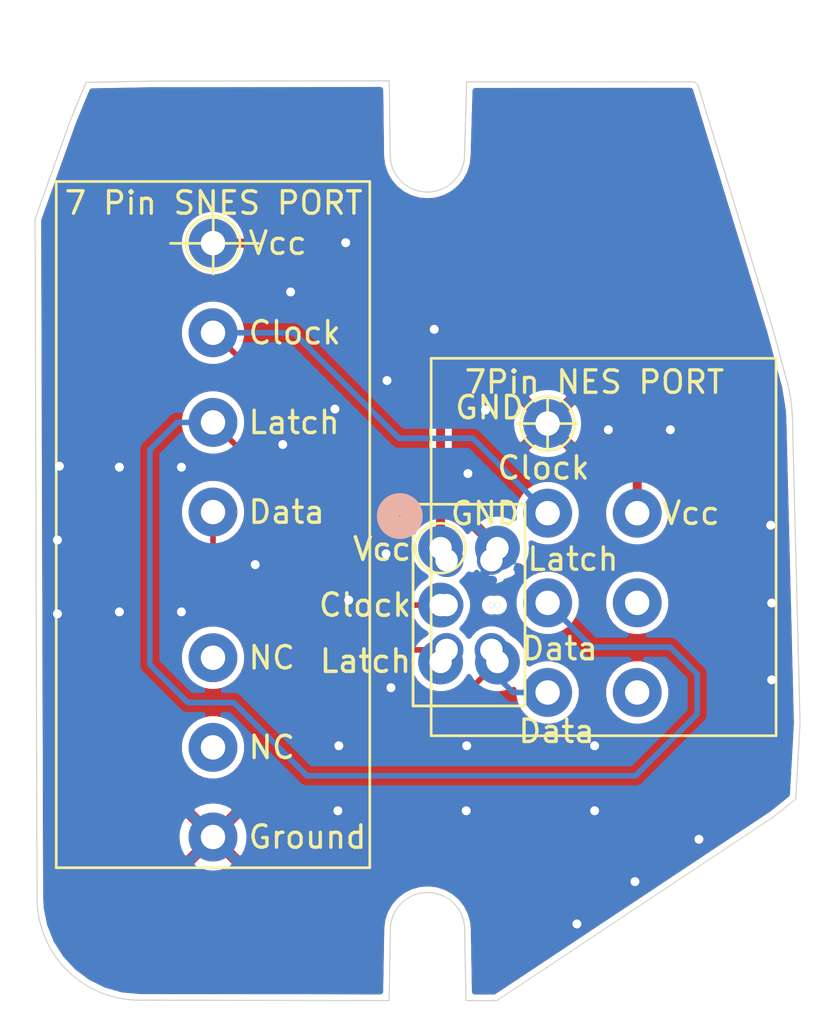
<source format=kicad_pcb>
(kicad_pcb (version 20171130) (host pcbnew "(5.1.5-0-10_14)")

  (general
    (thickness 1.6)
    (drawings 34)
    (tracks 85)
    (zones 0)
    (modules 5)
    (nets 10)
  )

  (page A4)
  (layers
    (0 F.Cu signal)
    (31 B.Cu signal)
    (32 B.Adhes user)
    (33 F.Adhes user)
    (34 B.Paste user)
    (35 F.Paste user)
    (36 B.SilkS user)
    (37 F.SilkS user)
    (38 B.Mask user)
    (39 F.Mask user)
    (40 Dwgs.User user)
    (41 Cmts.User user)
    (42 Eco1.User user hide)
    (43 Eco2.User user)
    (44 Edge.Cuts user)
    (45 Margin user)
    (46 B.CrtYd user)
    (47 F.CrtYd user)
    (48 B.Fab user)
    (49 F.Fab user)
  )

  (setup
    (last_trace_width 0.25)
    (trace_clearance 0.2)
    (zone_clearance 0.25)
    (zone_45_only no)
    (trace_min 0.2)
    (via_size 0.8)
    (via_drill 0.4)
    (via_min_size 0.4)
    (via_min_drill 0.3)
    (uvia_size 0.3)
    (uvia_drill 0.1)
    (uvias_allowed no)
    (uvia_min_size 0.2)
    (uvia_min_drill 0.1)
    (edge_width 0.05)
    (segment_width 0.2)
    (pcb_text_width 0.3)
    (pcb_text_size 1.5 1.5)
    (mod_edge_width 0.12)
    (mod_text_size 1 1)
    (mod_text_width 0.15)
    (pad_size 0.25 0.25)
    (pad_drill 0.25)
    (pad_to_mask_clearance 0.051)
    (solder_mask_min_width 0.25)
    (aux_axis_origin 0 0)
    (visible_elements FFFFFF7F)
    (pcbplotparams
      (layerselection 0x010fc_ffffffff)
      (usegerberextensions true)
      (usegerberattributes false)
      (usegerberadvancedattributes false)
      (creategerberjobfile false)
      (excludeedgelayer true)
      (linewidth 0.100000)
      (plotframeref false)
      (viasonmask false)
      (mode 1)
      (useauxorigin false)
      (hpglpennumber 1)
      (hpglpenspeed 20)
      (hpglpendiameter 15.000000)
      (psnegative false)
      (psa4output false)
      (plotreference true)
      (plotvalue true)
      (plotinvisibletext false)
      (padsonsilk false)
      (subtractmaskfromsilk false)
      (outputformat 1)
      (mirror false)
      (drillshape 0)
      (scaleselection 1)
      (outputdirectory "Gerber/"))
  )

  (net 0 "")
  (net 1 "Net-(P1-Pad1)")
  (net 2 "Net-(P1-Pad2)")
  (net 3 "Net-(P1-Pad3)")
  (net 4 "Net-(P1-Pad4)")
  (net 5 "Net-(P1-Pad6)")
  (net 6 "Net-(P1-Pad7)")
  (net 7 "Net-(P2-Pad5)")
  (net 8 "Net-(P2-Pad6)")
  (net 9 "Net-(P1-Pad5)")

  (net_class Default "This is the default net class."
    (clearance 0.2)
    (trace_width 0.25)
    (via_dia 0.8)
    (via_drill 0.4)
    (uvia_dia 0.3)
    (uvia_drill 0.1)
    (add_net "Net-(P1-Pad2)")
    (add_net "Net-(P1-Pad3)")
    (add_net "Net-(P1-Pad4)")
    (add_net "Net-(P1-Pad5)")
    (add_net "Net-(P1-Pad6)")
    (add_net "Net-(P2-Pad5)")
    (add_net "Net-(P2-Pad6)")
  )

  (net_class Power ""
    (clearance 0.3)
    (trace_width 0.4)
    (via_dia 0.8)
    (via_drill 0.4)
    (uvia_dia 0.3)
    (uvia_drill 0.1)
    (add_net "Net-(P1-Pad1)")
    (add_net "Net-(P1-Pad7)")
  )

  (module JeffLibrary:6_Pin_FC_Controller_Connection_2mm (layer F.Cu) (tedit 5F6CD3F1) (tstamp 5F6CBD97)
    (at 156.97 100.87)
    (fp_text reference REF** (at 0 0.5) (layer F.SilkS) hide
      (effects (font (size 1 1) (thickness 0.15)))
    )
    (fp_text value 6_Pin_FC_Controller_Connection (at 0 -6) (layer F.Fab)
      (effects (font (size 1 1) (thickness 0.15)))
    )
    (fp_text user GND (at -0.90732 -4.08076) (layer F.SilkS)
      (effects (font (size 1 1) (thickness 0.15)) (justify left))
    )
    (fp_text user Latch (at -2.5 2.5) (layer F.SilkS)
      (effects (font (size 1 1) (thickness 0.15)) (justify right))
    )
    (fp_text user Clock (at -2.5 0) (layer F.SilkS)
      (effects (font (size 1 1) (thickness 0.15)) (justify right))
    )
    (fp_text user Vcc (at -2.5 -2.5) (layer F.SilkS)
      (effects (font (size 1 1) (thickness 0.15)) (justify right))
    )
    (fp_line (start 2.5 4.5) (end 2.5 -4.5) (layer F.SilkS) (width 0.12))
    (fp_line (start -2.5 4.5) (end 2.5 4.5) (layer F.SilkS) (width 0.12))
    (fp_line (start -2.5 -4.5) (end -2.5 4.5) (layer F.SilkS) (width 0.12))
    (fp_line (start 2.5 -4.5) (end -2.5 -4.5) (layer F.SilkS) (width 0.12))
    (pad 6 thru_hole circle (at 1 -2) (size 1.3 1.3) (drill 1) (layers *.Cu *.Mask)
      (net 1 "Net-(P1-Pad1)"))
    (pad 5 thru_hole circle (at 1 0) (size 0.25 0.25) (drill 0.25) (layers *.Cu *.Mask))
    (pad 4 thru_hole circle (at 1 2) (size 1.5 1.5) (drill 1) (layers *.Cu *.Mask))
    (pad 3 thru_hole circle (at -1 2) (size 1.5 1.5) (drill 1) (layers *.Cu *.Mask)
      (net 3 "Net-(P1-Pad3)"))
    (pad 2 thru_hole circle (at -1 0) (size 1.5 1.5) (drill 1) (layers *.Cu *.Mask)
      (net 2 "Net-(P1-Pad2)"))
    (pad 1 thru_hole circle (at -1 -2) (size 1.5 1.5) (drill 1) (layers *.Cu *.Mask)
      (net 6 "Net-(P1-Pad7)"))
  )

  (module JeffLibrary:Board_Outline_1P (layer F.Cu) (tedit 5F6CB40C) (tstamp 5F6CB44A)
    (at 154.65 98)
    (fp_text reference G*** (at 0 0) (layer F.SilkS) hide
      (effects (font (size 1.524 1.524) (thickness 0.3)))
    )
    (fp_text value LOGO (at 0.75 0) (layer F.SilkS) hide
      (effects (font (size 1.524 1.524) (thickness 0.3)))
    )
    (fp_poly (pts (xy -1.269528 -18.774833) (xy -1.265363 -18.232663) (xy -1.254032 -17.730517) (xy -1.236827 -17.299722)
      (xy -1.21504 -16.971606) (xy -1.189964 -16.777499) (xy -1.186602 -16.764) (xy -1.014871 -16.39425)
      (xy -0.732351 -16.036612) (xy -0.390864 -15.750437) (xy -0.217657 -15.654258) (xy 0.279793 -15.51478)
      (xy 0.779599 -15.530709) (xy 1.25088 -15.691416) (xy 1.662759 -15.986268) (xy 1.984354 -16.404634)
      (xy 1.989666 -16.414212) (xy 2.046245 -16.53219) (xy 2.090008 -16.670816) (xy 2.123341 -16.854548)
      (xy 2.14863 -17.107845) (xy 2.168259 -17.455168) (xy 2.184616 -17.920975) (xy 2.200085 -18.529726)
      (xy 2.201333 -18.584333) (xy 2.243666 -20.447) (xy 7.196666 -20.470397) (xy 8.101815 -20.473899)
      (xy 8.959894 -20.475726) (xy 9.755326 -20.475943) (xy 10.472537 -20.474618) (xy 11.095951 -20.471816)
      (xy 11.609994 -20.467604) (xy 11.999089 -20.462049) (xy 12.247661 -20.455217) (xy 12.336811 -20.448459)
      (xy 12.447989 -20.388476) (xy 12.542981 -20.247034) (xy 12.64026 -19.990741) (xy 12.701045 -19.790063)
      (xy 12.798551 -19.458977) (xy 12.887959 -19.166464) (xy 12.95082 -18.972806) (xy 12.953456 -18.965333)
      (xy 12.989744 -18.851446) (xy 13.070992 -18.588659) (xy 13.193183 -18.190173) (xy 13.3523 -17.669183)
      (xy 13.544326 -17.038887) (xy 13.765244 -16.312483) (xy 14.011036 -15.503169) (xy 14.277686 -14.624141)
      (xy 14.561177 -13.688598) (xy 14.847629 -12.742333) (xy 15.190039 -11.613569) (xy 15.488652 -10.631418)
      (xy 15.746546 -9.779779) (xy 15.9668 -9.042552) (xy 16.152492 -8.403633) (xy 16.306701 -7.846922)
      (xy 16.432505 -7.356317) (xy 16.532984 -6.915717) (xy 16.611216 -6.509019) (xy 16.670279 -6.120122)
      (xy 16.713252 -5.732924) (xy 16.743214 -5.331324) (xy 16.763244 -4.899221) (xy 16.776419 -4.420511)
      (xy 16.785819 -3.879095) (xy 16.794523 -3.25887) (xy 16.805608 -2.543735) (xy 16.806413 -2.497667)
      (xy 16.819381 -1.812327) (xy 16.833583 -1.150924) (xy 16.848302 -0.540923) (xy 16.862821 -0.009789)
      (xy 16.876423 0.415014) (xy 16.888391 0.70602) (xy 16.891487 0.762) (xy 16.902032 0.995395)
      (xy 16.914558 1.373847) (xy 16.928462 1.873102) (xy 16.943143 2.468903) (xy 16.957997 3.136994)
      (xy 16.972423 3.85312) (xy 16.984 4.487333) (xy 16.997011 5.194272) (xy 17.010448 5.847011)
      (xy 17.023809 6.426386) (xy 17.036591 6.913238) (xy 17.048289 7.288405) (xy 17.058401 7.532725)
      (xy 17.066423 7.627038) (xy 17.066474 7.62713) (xy 17.071512 7.723518) (xy 17.06799 7.959414)
      (xy 17.057316 8.305286) (xy 17.0409 8.731604) (xy 17.02015 9.208835) (xy 16.996475 9.707448)
      (xy 16.971284 10.197912) (xy 16.945985 10.650694) (xy 16.921989 11.036265) (xy 16.900703 11.325091)
      (xy 16.883536 11.487643) (xy 16.881847 11.497124) (xy 16.870999 11.528815) (xy 16.845605 11.567781)
      (xy 16.798913 11.618599) (xy 16.72417 11.68585) (xy 16.614624 11.774113) (xy 16.463525 11.887968)
      (xy 16.264118 12.031992) (xy 16.009654 12.210766) (xy 15.693379 12.42887) (xy 15.308542 12.690881)
      (xy 14.848391 13.001381) (xy 14.306174 13.364947) (xy 13.675138 13.78616) (xy 12.948533 14.269598)
      (xy 12.119605 14.819841) (xy 11.181603 15.441468) (xy 10.127776 16.139059) (xy 8.95137 16.917193)
      (xy 7.645635 17.780448) (xy 6.535989 18.513875) (xy 3.546978 20.489333) (xy 2.213173 20.489333)
      (xy 2.186027 18.647833) (xy 2.1762 18.040115) (xy 2.165326 17.577018) (xy 2.150871 17.233839)
      (xy 2.130306 16.985872) (xy 2.101097 16.808413) (xy 2.060714 16.676757) (xy 2.006626 16.566198)
      (xy 1.965785 16.498508) (xy 1.625185 16.10548) (xy 1.189355 15.830014) (xy 0.695479 15.685605)
      (xy 0.180737 15.685751) (xy -0.093646 15.750963) (xy -0.419384 15.92587) (xy -0.741786 16.209866)
      (xy -1.010425 16.549387) (xy -1.174877 16.890867) (xy -1.178434 16.903302) (xy -1.207123 17.090539)
      (xy -1.232122 17.413915) (xy -1.251886 17.840248) (xy -1.26487 18.336358) (xy -1.269528 18.8595)
      (xy -1.27 20.489333) (xy -7.3025 20.483147) (xy -8.463188 20.481758) (xy -9.466999 20.479929)
      (xy -10.326389 20.477342) (xy -11.053813 20.473679) (xy -11.661729 20.468622) (xy -12.162591 20.461853)
      (xy -12.568856 20.453055) (xy -12.892981 20.441908) (xy -13.14742 20.428097) (xy -13.344631 20.411301)
      (xy -13.497069 20.391205) (xy -13.61719 20.367488) (xy -13.717451 20.339835) (xy -13.783142 20.317732)
      (xy -14.590736 19.94434) (xy -15.298659 19.436716) (xy -15.900368 18.802048) (xy -16.389325 18.047526)
      (xy -16.758988 17.180339) (xy -16.823503 16.975667) (xy -16.842104 16.906027) (xy -16.859145 16.822988)
      (xy -16.874707 16.71909) (xy -16.888872 16.586869) (xy -16.901721 16.418867) (xy -16.913337 16.207621)
      (xy -16.9238 15.94567) (xy -16.933192 15.625554) (xy -16.941596 15.239811) (xy -16.949092 14.78098)
      (xy -16.955763 14.2416) (xy -16.96169 13.614211) (xy -16.964092 13.284288) (xy -9.650706 13.284288)
      (xy -9.650704 13.284622) (xy -9.609235 13.54219) (xy -9.460194 13.717743) (xy -9.355667 13.784161)
      (xy -9.153008 13.869827) (xy -8.980917 13.846267) (xy -8.774419 13.709855) (xy -8.597015 13.484943)
      (xy -8.557547 13.235431) (xy -8.64095 13.005918) (xy -8.832156 12.841004) (xy -9.086956 12.784667)
      (xy -9.376697 12.851019) (xy -9.576836 13.028399) (xy -9.650706 13.284288) (xy -16.964092 13.284288)
      (xy -16.966954 12.89135) (xy -16.971638 12.065557) (xy -16.975823 11.12937) (xy -16.97959 10.075329)
      (xy -16.981514 9.413988) (xy -9.636166 9.413988) (xy -9.513631 9.664553) (xy -9.511878 9.6665)
      (xy -9.296372 9.796402) (xy -9.03195 9.818053) (xy -8.789548 9.734306) (xy -8.683135 9.633161)
      (xy -8.562619 9.35369) (xy -8.609898 9.090012) (xy -8.735426 8.916623) (xy -8.981072 8.749549)
      (xy -9.238138 8.750507) (xy -9.466702 8.893298) (xy -9.619304 9.136036) (xy -9.636166 9.413988)
      (xy -16.981514 9.413988) (xy -16.983022 8.895973) (xy -16.986199 7.583841) (xy -16.987732 6.842658)
      (xy 5.247705 6.842658) (xy 5.330373 7.085143) (xy 5.5243 7.27104) (xy 5.814949 7.358661)
      (xy 5.824681 7.359316) (xy 5.954509 7.308409) (xy 6.124626 7.17534) (xy 6.142181 7.158182)
      (xy 6.317239 6.904939) (xy 6.320491 6.791374) (xy 9.191226 6.791374) (xy 9.22594 6.97783)
      (xy 9.396716 7.231171) (xy 9.643396 7.34615) (xy 9.930126 7.308953) (xy 10.000285 7.276185)
      (xy 10.194967 7.090633) (xy 10.275397 6.840398) (xy 10.244283 6.579368) (xy 10.104332 6.361433)
      (xy 9.949516 6.265783) (xy 9.673446 6.237008) (xy 9.430297 6.339364) (xy 9.257185 6.536328)
      (xy 9.191226 6.791374) (xy 6.320491 6.791374) (xy 6.324302 6.658335) (xy 6.201833 6.451403)
      (xy 5.957816 6.259074) (xy 5.704462 6.235807) (xy 5.474303 6.354662) (xy 5.290836 6.585269)
      (xy 5.247705 6.842658) (xy -16.987732 6.842658) (xy -16.989204 6.13147) (xy -16.990706 5.306663)
      (xy -9.646029 5.306663) (xy -9.569313 5.546487) (xy -9.404112 5.739105) (xy -9.167968 5.837586)
      (xy -9.101667 5.842) (xy -8.882663 5.783113) (xy -8.720667 5.672667) (xy -8.571126 5.433624)
      (xy -8.570765 5.425741) (xy 0.592666 5.425741) (xy 0.664696 5.635769) (xy 0.842096 5.782123)
      (xy 1.06683 5.840294) (xy 1.280862 5.785771) (xy 1.337733 5.7404) (xy 1.415969 5.582079)
      (xy 1.439333 5.418667) (xy 1.420478 5.339809) (xy 3.148618 5.339809) (xy 3.177937 5.554234)
      (xy 3.272788 5.687166) (xy 3.492219 5.82475) (xy 3.728353 5.811381) (xy 3.930298 5.651365)
      (xy 3.944785 5.630333) (xy 4.034368 5.464624) (xy 4.019879 5.334329) (xy 3.944785 5.207)
      (xy 3.74794 5.032744) (xy 3.510691 5.012283) (xy 3.2875 5.135455) (xy 3.148618 5.339809)
      (xy 1.420478 5.339809) (xy 1.377614 5.160543) (xy 1.205036 5.017315) (xy 1.069233 4.995333)
      (xy 0.855192 5.061086) (xy 0.675003 5.219574) (xy 0.593059 5.412642) (xy 0.592666 5.425741)
      (xy -8.570765 5.425741) (xy -8.560085 5.192543) (xy -8.659754 4.979324) (xy -8.842339 4.823868)
      (xy -9.080048 4.756076) (xy -9.345088 4.805848) (xy -9.463828 4.873134) (xy -9.616715 5.066568)
      (xy -9.646029 5.306663) (xy -16.990706 5.306663) (xy -16.992119 4.531401) (xy -16.995024 2.776172)
      (xy -16.995054 2.756368) (xy 0.626254 2.756368) (xy 0.637169 2.98491) (xy 0.760616 3.168991)
      (xy 0.950589 3.28169) (xy 1.161079 3.296084) (xy 1.346081 3.185252) (xy 1.350417 3.18012)
      (xy 1.422453 2.985418) (xy 1.408794 2.799809) (xy 3.148618 2.799809) (xy 3.177937 3.014234)
      (xy 3.272788 3.147166) (xy 3.492219 3.28475) (xy 3.728353 3.271381) (xy 3.930298 3.111365)
      (xy 3.944785 3.090333) (xy 4.034368 2.924624) (xy 4.019879 2.794329) (xy 3.990183 2.743976)
      (xy 5.255155 2.743976) (xy 5.300619 3.012452) (xy 5.3835 3.140586) (xy 5.610794 3.281657)
      (xy 5.879973 3.29967) (xy 6.12596 3.198968) (xy 6.235084 3.083772) (xy 6.324539 2.813543)
      (xy 6.308289 2.747586) (xy 9.228666 2.747586) (xy 9.276662 2.953283) (xy 9.360467 3.113828)
      (xy 9.5556 3.260544) (xy 9.817172 3.300741) (xy 10.076824 3.230384) (xy 10.174499 3.161878)
      (xy 10.304516 2.945811) (xy 10.311457 2.690425) (xy 10.215031 2.447044) (xy 10.034948 2.266988)
      (xy 9.805623 2.201333) (xy 9.587055 2.269277) (xy 9.381574 2.435369) (xy 9.248971 2.642996)
      (xy 9.228666 2.747586) (xy 6.308289 2.747586) (xy 6.2593 2.548755) (xy 6.050954 2.326856)
      (xy 5.989048 2.288619) (xy 5.805187 2.206665) (xy 5.654753 2.223664) (xy 5.5245 2.288641)
      (xy 5.333343 2.481186) (xy 5.255155 2.743976) (xy 3.990183 2.743976) (xy 3.944785 2.667)
      (xy 3.74794 2.492744) (xy 3.510691 2.472283) (xy 3.2875 2.595455) (xy 3.148618 2.799809)
      (xy 1.408794 2.799809) (xy 1.405031 2.748686) (xy 1.309496 2.555229) (xy 1.261937 2.514905)
      (xy 1.040611 2.461222) (xy 0.814453 2.527078) (xy 0.653624 2.685822) (xy 0.626254 2.756368)
      (xy -16.995054 2.756368) (xy -16.997698 1.058333) (xy -16.99893 0.249691) (xy 0.623969 0.249691)
      (xy 0.635655 0.458315) (xy 0.717346 0.590103) (xy 0.931033 0.731543) (xy 1.166092 0.750131)
      (xy 1.337733 0.6604) (xy 1.423777 0.476324) (xy 1.427264 0.259809) (xy 3.148618 0.259809)
      (xy 3.177937 0.474234) (xy 3.272788 0.607166) (xy 3.492219 0.74475) (xy 3.728353 0.731381)
      (xy 3.930298 0.571365) (xy 3.944785 0.550333) (xy 4.034368 0.384624) (xy 4.019879 0.254329)
      (xy 3.944785 0.127) (xy 3.74794 -0.047256) (xy 3.510691 -0.067717) (xy 3.2875 0.055455)
      (xy 3.148618 0.259809) (xy 1.427264 0.259809) (xy 1.427585 0.239926) (xy 1.351925 0.040704)
      (xy 1.317453 0.004249) (xy 1.102909 -0.09095) (xy 0.892527 -0.059042) (xy 0.721237 0.065872)
      (xy 0.623969 0.249691) (xy -16.99893 0.249691) (xy -17.00117 -1.219345) (xy -9.652 -1.219345)
      (xy -9.581973 -0.948646) (xy -9.402538 -0.763659) (xy -9.159665 -0.682779) (xy -8.899324 -0.724401)
      (xy -8.720667 -0.846667) (xy -8.581027 -1.086203) (xy -8.5793 -1.219345) (xy 5.249333 -1.219345)
      (xy 5.317056 -0.940964) (xy 5.492121 -0.758782) (xy 5.732371 -0.689479) (xy 5.995647 -0.749734)
      (xy 6.154043 -0.861425) (xy 6.319321 -1.109951) (xy 6.321796 -1.227667) (xy 9.228666 -1.227667)
      (xy 9.304107 -0.975374) (xy 9.493626 -0.774092) (xy 9.742024 -0.679025) (xy 9.779 -0.677333)
      (xy 9.998004 -0.73622) (xy 10.16 -0.846667) (xy 10.301329 -1.093078) (xy 10.311684 -1.374911)
      (xy 10.189211 -1.623167) (xy 9.971083 -1.756477) (xy 9.717263 -1.763039) (xy 9.476454 -1.662907)
      (xy 9.297361 -1.476136) (xy 9.228666 -1.227667) (xy 6.321796 -1.227667) (xy 6.324867 -1.373667)
      (xy 6.180666 -1.608667) (xy 5.93226 -1.759418) (xy 5.671396 -1.768948) (xy 5.442115 -1.655669)
      (xy 5.288458 -1.437991) (xy 5.249333 -1.219345) (xy -8.5793 -1.219345) (xy -8.577668 -1.345135)
      (xy -8.690865 -1.577009) (xy -8.900891 -1.735376) (xy -9.116167 -1.778) (xy -9.39917 -1.705236)
      (xy -9.586774 -1.505758) (xy -9.652 -1.219345) (xy -17.00117 -1.219345) (xy -17.007338 -5.264355)
      (xy -9.650704 -5.264355) (xy -9.610817 -5.00431) (xy -9.46656 -4.828925) (xy -9.355667 -4.757839)
      (xy -9.153008 -4.672173) (xy -8.980917 -4.695733) (xy -8.774419 -4.832145) (xy -8.590888 -5.061557)
      (xy -8.570197 -5.208718) (xy 5.249333 -5.208718) (xy 5.306843 -5.062317) (xy 5.443759 -4.882118)
      (xy 5.606655 -4.727267) (xy 5.742108 -4.65691) (xy 5.747973 -4.656667) (xy 5.883397 -4.684607)
      (xy 6.049673 -4.739815) (xy 6.269519 -4.898554) (xy 6.372336 -5.130241) (xy 6.358368 -5.385677)
      (xy 6.227862 -5.615661) (xy 6.044665 -5.746029) (xy 5.772779 -5.788709) (xy 5.518923 -5.695521)
      (xy 5.329171 -5.497591) (xy 5.249598 -5.226045) (xy 5.249333 -5.208718) (xy -8.570197 -5.208718)
      (xy -8.555372 -5.314154) (xy -8.657964 -5.552005) (xy -8.888758 -5.737178) (xy -9.024864 -5.791136)
      (xy -9.240574 -5.77844) (xy -9.45209 -5.649057) (xy -9.605672 -5.448223) (xy -9.650704 -5.264355)
      (xy -17.007338 -5.264355) (xy -17.013514 -9.315108) (xy -9.637513 -9.315108) (xy -9.615659 -9.053238)
      (xy -9.511878 -8.8755) (xy -9.29901 -8.751897) (xy -9.026803 -8.730217) (xy -8.77219 -8.811864)
      (xy -8.706167 -8.860789) (xy -8.575596 -9.076422) (xy -8.571469 -9.328221) (xy -8.673252 -9.568255)
      (xy -8.860414 -9.748594) (xy -9.112424 -9.821306) (xy -9.117632 -9.821333) (xy -9.367889 -9.748604)
      (xy -9.548053 -9.563379) (xy -9.637513 -9.315108) (xy -17.013514 -9.315108) (xy -17.019421 -13.188597)
      (xy -9.637039 -13.188597) (xy -9.536908 -12.947788) (xy -9.350136 -12.768695) (xy -9.101667 -12.7)
      (xy -8.882663 -12.758887) (xy -8.720667 -12.869333) (xy -8.57446 -13.10597) (xy -8.565066 -13.347684)
      (xy -8.663532 -13.564974) (xy -8.840908 -13.728339) (xy -9.068241 -13.808279) (xy -9.316578 -13.775293)
      (xy -9.497167 -13.660545) (xy -9.630477 -13.442417) (xy -9.637039 -13.188597) (xy -17.019421 -13.188597)
      (xy -17.021194 -14.351) (xy -15.955599 -17.355171) (xy -15.712958 -18.033601) (xy -15.484446 -18.661784)
      (xy -15.276885 -19.221767) (xy -15.097098 -19.695593) (xy -14.951909 -20.065307) (xy -14.848139 -20.312955)
      (xy -14.792612 -20.42058) (xy -14.789836 -20.423041) (xy -14.691328 -20.433036) (xy -14.436475 -20.442581)
      (xy -14.038265 -20.451553) (xy -13.509684 -20.459827) (xy -12.863721 -20.46728) (xy -12.113363 -20.473788)
      (xy -11.271599 -20.479226) (xy -10.351414 -20.483471) (xy -9.365798 -20.486398) (xy -8.327737 -20.487885)
      (xy -7.979834 -20.488037) (xy -1.27 -20.489333) (xy -1.269528 -18.774833)) (layer Eco1.User) (width 0.01))
  )

  (module JeffLibrary:7_Pin_NES_Controller_Port (layer F.Cu) (tedit 5F6CC514) (tstamp 5F6CBBD3)
    (at 162.48 98.77)
    (path /5F6192F0)
    (fp_text reference P1 (at 0 0) (layer F.SilkS) hide
      (effects (font (size 1 1) (thickness 0.15)))
    )
    (fp_text value NES_7P_PORT (at 0.25 -13) (layer F.Fab)
      (effects (font (size 1 1) (thickness 0.15)))
    )
    (fp_line (start -7.2 7.93) (end 8.2 7.93) (layer F.SilkS) (width 0.12))
    (fp_line (start 8.2 7.93) (end 8.2 -8.91) (layer F.SilkS) (width 0.12))
    (fp_line (start 8.2 -8.91) (end -7.2 -8.91) (layer F.SilkS) (width 0.12))
    (fp_line (start -7.2 -8.91) (end -7.2 7.93) (layer F.SilkS) (width 0.12))
    (fp_text user GND (at -2.97 -6.71) (layer F.SilkS)
      (effects (font (size 1 1) (thickness 0.15)) (justify right))
    )
    (fp_text user Clock (at -0.04 -4.02) (layer F.SilkS)
      (effects (font (size 1 1) (thickness 0.15)) (justify right))
    )
    (fp_text user Latch (at 1.25348 0.0487) (layer F.SilkS)
      (effects (font (size 1 1) (thickness 0.15)) (justify right))
    )
    (fp_text user Data (at 0.19 7.73) (layer F.SilkS)
      (effects (font (size 1 1) (thickness 0.15)) (justify right))
    )
    (fp_text user "7Pin NES PORT" (at 0.09 -7.85) (layer F.SilkS)
      (effects (font (size 1 1) (thickness 0.15)))
    )
    (fp_text user Vcc (at 3 -2) (layer F.SilkS)
      (effects (font (size 1 1) (thickness 0.15)) (justify left))
    )
    (pad 1 thru_hole circle (at -2 -6) (size 2.18 2.18) (drill 1.09) (layers *.Cu *.Mask)
      (net 1 "Net-(P1-Pad1)"))
    (pad 2 thru_hole circle (at -2 -2) (size 2.18 2.18) (drill 1.09) (layers *.Cu *.Mask)
      (net 2 "Net-(P1-Pad2)"))
    (pad 3 thru_hole circle (at -2 2) (size 2.18 2.18) (drill 1.09) (layers *.Cu *.Mask)
      (net 3 "Net-(P1-Pad3)"))
    (pad 4 thru_hole circle (at -2 6) (size 2.18 2.18) (drill 1.09) (layers *.Cu *.Mask)
      (net 4 "Net-(P1-Pad4)"))
    (pad 5 thru_hole circle (at 2 6) (size 2.18 2.18) (drill 1.09) (layers *.Cu *.Mask)
      (net 9 "Net-(P1-Pad5)"))
    (pad 6 thru_hole circle (at 2 2) (size 2.18 2.18) (drill 1.09) (layers *.Cu *.Mask)
      (net 5 "Net-(P1-Pad6)"))
    (pad 7 thru_hole circle (at 2 -2) (size 2.18 2.18) (drill 1.09) (layers *.Cu *.Mask)
      (net 6 "Net-(P1-Pad7)"))
  )

  (module FC_Rear_Port_Footprint:7_Pin_SNES_Controller_Port (layer F.Cu) (tedit 5F6B8FB4) (tstamp 5FA1B78D)
    (at 145.54 84.72)
    (path /5F619B3D)
    (fp_text reference P2 (at 0 0.5) (layer F.SilkS) hide
      (effects (font (size 1 1) (thickness 0.15)))
    )
    (fp_text value SNES_7P_PORT (at 0 -10) (layer F.Fab)
      (effects (font (size 1 1) (thickness 0.15)))
    )
    (fp_line (start -7 -2.75) (end 7 -2.75) (layer F.SilkS) (width 0.12))
    (fp_line (start 7 -2.75) (end 7 27.87) (layer F.SilkS) (width 0.12))
    (fp_line (start 7 27.87) (end -7 27.87) (layer F.SilkS) (width 0.12))
    (fp_line (start -7 27.87) (end -7 -2.75) (layer F.SilkS) (width 0.12))
    (fp_text user Vcc (at 1.5 0) (layer F.SilkS)
      (effects (font (size 1 1) (thickness 0.15)) (justify left))
    )
    (fp_text user Clock (at 1.5 4) (layer F.SilkS)
      (effects (font (size 1 1) (thickness 0.15)) (justify left))
    )
    (fp_text user Latch (at 1.5 8) (layer F.SilkS)
      (effects (font (size 1 1) (thickness 0.15)) (justify left))
    )
    (fp_text user Data (at 1.5 12) (layer F.SilkS)
      (effects (font (size 1 1) (thickness 0.15)) (justify left))
    )
    (fp_text user NC (at 1.5 18.5) (layer F.SilkS)
      (effects (font (size 1 1) (thickness 0.15)) (justify left))
    )
    (fp_text user NC (at 1.5 22.5) (layer F.SilkS)
      (effects (font (size 1 1) (thickness 0.15)) (justify left))
    )
    (fp_text user Ground (at 1.5 26.5) (layer F.SilkS)
      (effects (font (size 1 1) (thickness 0.15)) (justify left))
    )
    (fp_text user "7 Pin SNES PORT" (at 0.03 -1.79) (layer F.SilkS)
      (effects (font (size 1 1) (thickness 0.15)))
    )
    (pad 1 thru_hole circle (at 0 0) (size 2.18 2.18) (drill 1.09) (layers *.Cu *.Mask)
      (net 6 "Net-(P1-Pad7)"))
    (pad 2 thru_hole circle (at 0 4) (size 2.18 2.18) (drill 1.09) (layers *.Cu *.Mask)
      (net 2 "Net-(P1-Pad2)"))
    (pad 3 thru_hole circle (at 0 8) (size 2.18 2.18) (drill 1.09) (layers *.Cu *.Mask)
      (net 3 "Net-(P1-Pad3)"))
    (pad 4 thru_hole circle (at 0 12) (size 2.18 2.18) (drill 1.09) (layers *.Cu *.Mask)
      (net 4 "Net-(P1-Pad4)"))
    (pad 5 thru_hole circle (at 0 18.5) (size 2.18 2.18) (drill 1.09) (layers *.Cu *.Mask)
      (net 7 "Net-(P2-Pad5)"))
    (pad 6 thru_hole circle (at 0 22.5) (size 2.18 2.18) (drill 1.09) (layers *.Cu *.Mask)
      (net 8 "Net-(P2-Pad6)"))
    (pad 7 thru_hole circle (at 0 26.5) (size 2.18 2.18) (drill 1.09) (layers *.Cu *.Mask)
      (net 1 "Net-(P1-Pad1)"))
  )

  (module FC_Rear_Port_Footprint:6_Pin_FC_Controller_Connection_2.54mm (layer F.Cu) (tedit 5FA1B6B3) (tstamp 5FA1B7A3)
    (at 156.97 100.87)
    (path /5F6219F6)
    (fp_text reference P3 (at 0 0.5) (layer F.SilkS) hide
      (effects (font (size 1 1) (thickness 0.15)))
    )
    (fp_text value FC_6P_CONN (at 0 -6) (layer F.Fab)
      (effects (font (size 1 1) (thickness 0.15)))
    )
    (fp_text user Data (at 2.26006 1.94158) (layer F.SilkS)
      (effects (font (size 1 1) (thickness 0.15)) (justify left))
    )
    (fp_text user Latch (at -2.5 2.5) (layer F.SilkS)
      (effects (font (size 1 1) (thickness 0.15)) (justify right))
    )
    (fp_text user Clock (at -2.5 0) (layer F.SilkS)
      (effects (font (size 1 1) (thickness 0.15)) (justify right))
    )
    (fp_text user Vcc (at -2.5 -2.5) (layer F.SilkS)
      (effects (font (size 1 1) (thickness 0.15)) (justify right))
    )
    (fp_line (start 2.5 4.5) (end 2.5 -4.5) (layer F.SilkS) (width 0.12))
    (fp_line (start -2.5 4.5) (end 2.5 4.5) (layer F.SilkS) (width 0.12))
    (fp_line (start -2.5 -4.5) (end -2.5 4.5) (layer F.SilkS) (width 0.12))
    (fp_line (start 2.5 -4.5) (end -2.5 -4.5) (layer F.SilkS) (width 0.12))
    (pad 6 thru_hole circle (at 1.27 -2.54) (size 2 2) (drill 1) (layers *.Cu *.Mask)
      (net 1 "Net-(P1-Pad1)"))
    (pad 5 thru_hole circle (at 1.27 0) (size 0.25 0.25) (drill 0.25) (layers *.Cu *.Mask))
    (pad 4 thru_hole circle (at 1.27 2.54) (size 2 2) (drill 1) (layers *.Cu *.Mask)
      (net 4 "Net-(P1-Pad4)"))
    (pad 3 thru_hole circle (at -1.27 2.54) (size 2 2) (drill 1) (layers *.Cu *.Mask)
      (net 3 "Net-(P1-Pad3)"))
    (pad 2 thru_hole circle (at -1.27 0) (size 2 2) (drill 1) (layers *.Cu *.Mask)
      (net 2 "Net-(P1-Pad2)"))
    (pad 1 thru_hole circle (at -1.27 -2.54) (size 2 2) (drill 1) (layers *.Cu *.Mask)
      (net 6 "Net-(P1-Pad7)"))
  )

  (gr_text Back (at 146.1135 79.70012) (layer B.Mask)
    (effects (font (size 1 1) (thickness 0.15)) (justify mirror))
  )
  (gr_circle (center 153.88082 96.89846) (end 153.90114 96.91116) (layer B.SilkS) (width 1))
  (gr_text "Jeff Chen\n2020" (at 146.5199 115.72748) (layer F.Mask)
    (effects (font (size 1 1) (thickness 0.15)))
  )
  (gr_text "Famicom\nRear Port\n1P" (at 162.02152 81.48066) (layer F.Mask)
    (effects (font (size 1 1) (thickness 0.15)))
  )
  (gr_arc (start 164.02304 92.77858) (end 171.4119 92.58554) (angle -11.61317502) (layer Edge.Cuts) (width 0.05))
  (gr_line (start 170.53814 88.56726) (end 171.221783 91.102091) (layer Edge.Cuts) (width 0.05))
  (gr_line (start 167.21328 77.730079) (end 170.53814 88.56726) (layer Edge.Cuts) (width 0.05))
  (gr_arc (start 166.90594 77.84592) (end 167.21328 77.730079) (angle -69.75795374) (layer Edge.Cuts) (width 0.05))
  (gr_line (start 156.86532 77.52334) (end 166.903589 77.517482) (layer Edge.Cuts) (width 0.05))
  (gr_line (start 171.74972 106.15168) (end 171.4119 92.58554) (layer Edge.Cuts) (width 0.05))
  (gr_line (start 171.55922 109.52226) (end 171.74972 106.15168) (layer Edge.Cuts) (width 0.05))
  (gr_line (start 170.5737 110.3122) (end 171.55922 109.52226) (layer Edge.Cuts) (width 0.05))
  (gr_line (start 158.20644 118.51894) (end 170.5737 110.3122) (layer Edge.Cuts) (width 0.05))
  (gr_arc (start 155.1178 115.3541) (end 156.77642 115.34394) (angle -177.8940376) (layer Edge.Cuts) (width 0.05))
  (gr_line (start 156.83484 118.51894) (end 156.77642 115.34394) (layer Edge.Cuts) (width 0.05))
  (gr_line (start 156.83484 118.51894) (end 158.20644 118.51894) (layer Edge.Cuts) (width 0.05))
  (gr_line (start 153.4033 118.5164) (end 153.459927 115.303303) (layer Edge.Cuts) (width 0.05))
  (gr_arc (start 142.2527 113.92916) (end 137.68324 113.92916) (angle -90) (layer Edge.Cuts) (width 0.05))
  (gr_line (start 153.4033 118.5164) (end 142.2527 118.49862) (layer Edge.Cuts) (width 0.05))
  (gr_line (start 139.15644 79.27848) (end 139.87018 77.5462) (layer Edge.Cuts) (width 0.05) (tstamp 5F6CC6E6))
  (gr_line (start 137.59434 83.64982) (end 137.68324 113.92916) (layer Edge.Cuts) (width 0.05))
  (gr_line (start 139.15644 79.27848) (end 137.59434 83.64982) (layer Edge.Cuts) (width 0.05))
  (gr_line (start 142.90802 77.49032) (end 139.87018 77.5462) (layer Edge.Cuts) (width 0.05))
  (gr_line (start 153.40838 77.48016) (end 142.90802 77.49032) (layer Edge.Cuts) (width 0.05))
  (gr_arc (start 155.11018 80.7847) (end 153.45156 80.80756) (angle -179.2103685) (layer Edge.Cuts) (width 0.05))
  (gr_line (start 156.86532 77.52334) (end 156.768958 80.7847) (layer Edge.Cuts) (width 0.05))
  (gr_line (start 153.40838 77.48016) (end 153.45156 80.80756) (layer Edge.Cuts) (width 0.05))
  (gr_circle (center 155.7 98.331211) (end 156.4 99.194224) (layer F.SilkS) (width 0.12))
  (gr_circle (center 145.54 84.722164) (end 146.4 85.562164) (layer F.SilkS) (width 0.12))
  (gr_circle (center 160.48 92.77) (end 159.57 91.99) (layer F.SilkS) (width 0.12))
  (gr_line (start 160.48 94.02) (end 160.48 91.59) (layer F.SilkS) (width 0.12))
  (gr_line (start 159.1 92.77) (end 161.84 92.77) (layer F.SilkS) (width 0.12))
  (gr_line (start 145.55 83.48) (end 145.55 86.1) (layer F.SilkS) (width 0.12))
  (gr_line (start 147.57 84.73) (end 143.64 84.73) (layer F.SilkS) (width 0.12))

  (segment (start 158.889238 98.87) (end 157.97 98.87) (width 0.4) (layer B.Cu) (net 1))
  (via (at 157.70352 92.16898) (size 0.8) (drill 0.4) (layers F.Cu B.Cu) (net 1))
  (via (at 156.9212 95.00108) (size 0.8) (drill 0.4) (layers F.Cu B.Cu) (net 1))
  (segment (start 158.24 98.33) (end 158.24 98.65306) (width 0.4) (layer B.Cu) (net 1))
  (segment (start 158.24 98.65306) (end 157.89656 98.9965) (width 0.4) (layer B.Cu) (net 1))
  (segment (start 157.97 99.13896) (end 157.97 98.87) (width 0.4) (layer B.Cu) (net 1))
  (segment (start 158.02356 99.76612) (end 157.71622 99.76612) (width 0.4) (layer B.Cu) (net 1))
  (segment (start 157.66034 99.44862) (end 157.97 99.13896) (width 0.4) (layer B.Cu) (net 1))
  (segment (start 157.66034 99.67214) (end 157.66034 99.44862) (width 0.4) (layer B.Cu) (net 1))
  (segment (start 157.59684 99.8855) (end 157.66034 99.67214) (width 0.4) (layer B.Cu) (net 1))
  (segment (start 157.71622 99.76612) (end 157.59684 99.8855) (width 0.4) (layer B.Cu) (net 1))
  (segment (start 157.71622 99.76612) (end 157.5689 99.76612) (width 0.4) (layer B.Cu) (net 1))
  (via (at 163.19246 93.04782) (size 0.8) (drill 0.4) (layers F.Cu B.Cu) (net 1))
  (via (at 165.96106 93.04782) (size 0.8) (drill 0.4) (layers F.Cu B.Cu) (net 1))
  (via (at 151.15794 107.14736) (size 0.8) (drill 0.4) (layers F.Cu B.Cu) (net 1))
  (via (at 156.86786 107.14736) (size 0.8) (drill 0.4) (layers F.Cu B.Cu) (net 1))
  (via (at 162.57778 107.14736) (size 0.8) (drill 0.4) (layers F.Cu B.Cu) (net 1))
  (via (at 162.57778 110.04804) (size 0.8) (drill 0.4) (layers F.Cu B.Cu) (net 1))
  (via (at 156.84627 110.04804) (size 0.8) (drill 0.4) (layers F.Cu B.Cu) (net 1))
  (via (at 151.11476 110.04804) (size 0.8) (drill 0.4) (layers F.Cu B.Cu) (net 1))
  (via (at 144.12976 101.17328) (size 0.8) (drill 0.4) (layers F.Cu B.Cu) (net 1))
  (via (at 144.12976 94.7166) (size 0.8) (drill 0.4) (layers F.Cu B.Cu) (net 1))
  (via (at 141.36116 94.7166) (size 0.8) (drill 0.4) (layers F.Cu B.Cu) (net 1))
  (via (at 141.36116 101.17328) (size 0.8) (drill 0.4) (layers F.Cu B.Cu) (net 1))
  (via (at 153.30932 90.85072) (size 0.8) (drill 0.4) (layers F.Cu B.Cu) (net 1))
  (via (at 149.00402 86.89848) (size 0.8) (drill 0.4) (layers F.Cu B.Cu) (net 1))
  (via (at 151.46528 84.70138) (size 0.8) (drill 0.4) (layers F.Cu B.Cu) (net 1))
  (via (at 155.41752 88.56726) (size 0.8) (drill 0.4) (layers F.Cu B.Cu) (net 1))
  (via (at 153.48458 104.55656) (size 0.8) (drill 0.4) (layers F.Cu B.Cu) (net 1))
  (via (at 151.59736 100.6475) (size 0.8) (drill 0.4) (layers F.Cu B.Cu) (net 1))
  (via (at 147.42414 99.06508) (size 0.8) (drill 0.4) (layers F.Cu B.Cu) (net 1))
  (via (at 148.6535 93.70568) (size 0.8) (drill 0.4) (layers F.Cu B.Cu) (net 1))
  (via (at 150.98268 92.1258) (size 0.8) (drill 0.4) (layers F.Cu B.Cu) (net 1))
  (via (at 153.26614 98.58248) (size 0.8) (drill 0.4) (layers F.Cu B.Cu) (net 1))
  (via (at 170.44162 97.3074) (size 0.8) (drill 0.4) (layers F.Cu B.Cu) (net 1))
  (via (at 170.4848 100.77958) (size 0.8) (drill 0.4) (layers F.Cu B.Cu) (net 1))
  (via (at 170.4848 104.20604) (size 0.8) (drill 0.4) (layers F.Cu B.Cu) (net 1))
  (via (at 167.23614 111.32058) (size 0.8) (drill 0.4) (layers F.Cu B.Cu) (net 1))
  (via (at 164.37864 113.21034) (size 0.8) (drill 0.4) (layers F.Cu B.Cu) (net 1))
  (via (at 161.78784 115.09756) (size 0.8) (drill 0.4) (layers F.Cu B.Cu) (net 1))
  (via (at 138.68146 94.67342) (size 0.8) (drill 0.4) (layers F.Cu B.Cu) (net 1))
  (via (at 138.5951 97.9678) (size 0.8) (drill 0.4) (layers F.Cu B.Cu) (net 1))
  (via (at 138.5951 101.26218) (size 0.8) (drill 0.4) (layers F.Cu B.Cu) (net 1))
  (segment (start 145.59 88.72) (end 145.54 88.72) (width 0.25) (layer F.Cu) (net 2))
  (segment (start 151.04 94.17) (end 145.59 88.72) (width 0.25) (layer F.Cu) (net 2))
  (segment (start 153.32 100.87) (end 151.04 98.59) (width 0.25) (layer F.Cu) (net 2))
  (segment (start 151.04 98.59) (end 151.04 94.17) (width 0.25) (layer F.Cu) (net 2))
  (segment (start 155.97 100.87) (end 153.32 100.87) (width 0.25) (layer F.Cu) (net 2))
  (segment (start 153.85 93.43) (end 149.14 88.72) (width 0.25) (layer B.Cu) (net 2))
  (segment (start 149.14 88.72) (end 145.54 88.72) (width 0.25) (layer B.Cu) (net 2))
  (segment (start 157.14 93.43) (end 153.85 93.43) (width 0.25) (layer B.Cu) (net 2))
  (segment (start 160.48 96.77) (end 157.14 93.43) (width 0.25) (layer B.Cu) (net 2))
  (segment (start 149.16 100.42) (end 149.16 96.34) (width 0.25) (layer F.Cu) (net 3))
  (segment (start 151.61 102.87) (end 149.16 100.42) (width 0.25) (layer F.Cu) (net 3))
  (segment (start 149.16 96.34) (end 145.54 92.72) (width 0.25) (layer F.Cu) (net 3))
  (segment (start 155.97 102.87) (end 151.61 102.87) (width 0.25) (layer F.Cu) (net 3))
  (segment (start 160.48 100.77) (end 161.895001 102.185001) (width 0.25) (layer B.Cu) (net 3))
  (segment (start 143.94 92.72) (end 145.54 92.72) (width 0.25) (layer B.Cu) (net 3))
  (segment (start 142.72 93.94) (end 143.94 92.72) (width 0.25) (layer B.Cu) (net 3))
  (segment (start 144.40696 105.21696) (end 142.72 103.53) (width 0.25) (layer B.Cu) (net 3))
  (segment (start 146.46696 105.21696) (end 144.40696 105.21696) (width 0.25) (layer B.Cu) (net 3))
  (segment (start 149.74 108.49) (end 146.46696 105.21696) (width 0.25) (layer B.Cu) (net 3))
  (segment (start 162.46 102.75) (end 165.95 102.75) (width 0.25) (layer B.Cu) (net 3))
  (segment (start 160.48 100.77) (end 162.46 102.75) (width 0.25) (layer B.Cu) (net 3))
  (segment (start 167.16 105.73) (end 164.4 108.49) (width 0.25) (layer B.Cu) (net 3))
  (segment (start 165.95 102.75) (end 167.16 103.96) (width 0.25) (layer B.Cu) (net 3))
  (segment (start 167.16 103.96) (end 167.16 105.73) (width 0.25) (layer B.Cu) (net 3))
  (segment (start 142.72 103.53) (end 142.72 93.94) (width 0.25) (layer B.Cu) (net 3))
  (segment (start 164.4 108.49) (end 149.74 108.49) (width 0.25) (layer B.Cu) (net 3))
  (segment (start 145.54 96.72) (end 145.54 99.79) (width 0.25) (layer F.Cu) (net 4))
  (segment (start 145.54 99.79) (end 151.6 105.85) (width 0.25) (layer F.Cu) (net 4))
  (segment (start 151.6 105.85) (end 155.8 105.85) (width 0.25) (layer F.Cu) (net 4))
  (segment (start 157.704999 103.945001) (end 158.24 103.945001) (width 0.25) (layer F.Cu) (net 4))
  (segment (start 155.8 105.85) (end 157.704999 103.945001) (width 0.25) (layer F.Cu) (net 4))
  (segment (start 158.24 104.071492) (end 158.24 103.945001) (width 0.25) (layer B.Cu) (net 4))
  (segment (start 158.938508 104.77) (end 158.24 104.071492) (width 0.25) (layer B.Cu) (net 4))
  (segment (start 160.48 104.77) (end 158.938508 104.77) (width 0.25) (layer B.Cu) (net 4))
  (segment (start 145.54 84.72) (end 149.07 84.72) (width 0.4) (layer F.Cu) (net 6))
  (segment (start 155.7 91.35) (end 155.7 98.33) (width 0.4) (layer F.Cu) (net 6))
  (segment (start 149.07 84.72) (end 155.7 91.35) (width 0.4) (layer F.Cu) (net 6))
  (segment (start 164.48 95.228508) (end 164.48 96.77) (width 0.4) (layer F.Cu) (net 6))
  (segment (start 164.48 92) (end 164.48 95.228508) (width 0.4) (layer F.Cu) (net 6))
  (segment (start 162.44 89.96) (end 164.48 92) (width 0.4) (layer F.Cu) (net 6))
  (segment (start 157.09 89.96) (end 162.44 89.96) (width 0.4) (layer F.Cu) (net 6))
  (segment (start 155.7 91.35) (end 157.09 89.96) (width 0.4) (layer F.Cu) (net 6))

  (zone (net 1) (net_name "Net-(P1-Pad1)") (layer B.Cu) (tstamp 5F6E4051) (hatch edge 0.508)
    (connect_pads (clearance 0.25))
    (min_thickness 0.25)
    (fill yes (arc_segments 32) (thermal_gap 0.4) (thermal_bridge_width 0.4))
    (polygon
      (pts
        (xy 172.78572 119.28841) (xy 136.5364 119.232755) (xy 136.35612 76.545365) (xy 172.60544 76.60102)
      )
    )
    (filled_polygon
      (pts
        (xy 153.051849 80.832395) (xy 153.05357 80.847819) (xy 153.054057 80.852447) (xy 153.090143 81.174165) (xy 153.09767 81.209579)
        (xy 153.104722 81.245192) (xy 153.106374 81.250528) (xy 153.204263 81.559111) (xy 153.218547 81.592438) (xy 153.23236 81.62595)
        (xy 153.235016 81.630863) (xy 153.390977 81.914556) (xy 153.411475 81.944492) (xy 153.431522 81.974666) (xy 153.435082 81.97897)
        (xy 153.643176 82.226967) (xy 153.66908 82.252333) (xy 153.694625 82.278057) (xy 153.698953 82.281587) (xy 153.951253 82.484441)
        (xy 153.981588 82.504292) (xy 154.011644 82.524565) (xy 154.016568 82.527183) (xy 154.016576 82.527188) (xy 154.016584 82.527191)
        (xy 154.303473 82.677173) (xy 154.337095 82.690757) (xy 154.370508 82.704803) (xy 154.375855 82.706418) (xy 154.686419 82.797822)
        (xy 154.722035 82.804616) (xy 154.757543 82.811905) (xy 154.763102 82.81245) (xy 155.085505 82.841792) (xy 155.121759 82.841539)
        (xy 155.158013 82.841792) (xy 155.163572 82.841247) (xy 155.485535 82.807407) (xy 155.521054 82.800116) (xy 155.556661 82.793323)
        (xy 155.562008 82.791709) (xy 155.871266 82.695977) (xy 155.904659 82.68194) (xy 155.9383 82.668348) (xy 155.943231 82.665726)
        (xy 156.228006 82.511749) (xy 156.258057 82.491479) (xy 156.288398 82.471624) (xy 156.292726 82.468094) (xy 156.542169 82.261737)
        (xy 156.567714 82.236013) (xy 156.593618 82.210647) (xy 156.597178 82.206344) (xy 156.801789 81.955465) (xy 156.821847 81.925276)
        (xy 156.842333 81.895356) (xy 156.84499 81.890443) (xy 156.996976 81.604601) (xy 157.010792 81.571079) (xy 157.025073 81.537759)
        (xy 157.026725 81.532424) (xy 157.120295 81.222505) (xy 157.127342 81.186913) (xy 157.134874 81.151479) (xy 157.135458 81.145925)
        (xy 157.166466 80.829676) (xy 157.168203 80.816151) (xy 157.253682 77.923113) (xy 166.852383 77.917511) (xy 170.153733 88.678064)
        (xy 170.830002 91.18556) (xy 170.990115 92.201094) (xy 171.012174 92.601513) (xy 171.349439 106.145352) (xy 171.169919 109.321666)
        (xy 170.337557 109.988844) (xy 158.085796 118.11894) (xy 157.227547 118.11894) (xy 157.17599 115.316938) (xy 157.17427 115.302247)
        (xy 157.148297 115.022162) (xy 157.141874 114.988799) (xy 157.136295 114.955265) (xy 157.134808 114.949882) (xy 157.046423 114.63847)
        (xy 157.033161 114.604707) (xy 157.020385 114.570799) (xy 157.017881 114.565807) (xy 156.870692 114.277494) (xy 156.85114 114.246974)
        (xy 156.832007 114.21617) (xy 156.828584 114.211765) (xy 156.82858 114.211759) (xy 156.828576 114.211754) (xy 156.628194 113.957526)
        (xy 156.603092 113.931391) (xy 156.578335 113.904884) (xy 156.574117 113.901223) (xy 156.328166 113.690753) (xy 156.298467 113.669992)
        (xy 156.269032 113.648798) (xy 156.264183 113.646026) (xy 155.982036 113.487336) (xy 155.948862 113.472736) (xy 155.915878 113.457666)
        (xy 155.910583 113.455889) (xy 155.602988 113.355024) (xy 155.567602 113.347143) (xy 155.532327 113.338769) (xy 155.526788 113.338054)
        (xy 155.205458 113.298856) (xy 155.169196 113.297998) (xy 155.132987 113.296636) (xy 155.127414 113.29701) (xy 155.127412 113.29701)
        (xy 154.80459 113.320971) (xy 154.768831 113.327176) (xy 154.733066 113.33287) (xy 154.727681 113.334318) (xy 154.727673 113.334319)
        (xy 154.727666 113.334322) (xy 154.415651 113.420528) (xy 154.381777 113.433561) (xy 154.3478 113.446093) (xy 154.3428 113.448558)
        (xy 154.342791 113.448562) (xy 154.342783 113.448567) (xy 154.053457 113.593736) (xy 154.022794 113.613079) (xy 153.991866 113.631991)
        (xy 153.987431 113.635386) (xy 153.731804 113.833992) (xy 153.705452 113.858951) (xy 153.678816 113.883483) (xy 153.675125 113.887675)
        (xy 153.462943 114.132151) (xy 153.44195 114.16174) (xy 153.420577 114.190991) (xy 153.417771 114.19582) (xy 153.257115 114.476853)
        (xy 153.242261 114.509973) (xy 153.226984 114.542802) (xy 153.225173 114.548074) (xy 153.225169 114.548084) (xy 153.225167 114.548093)
        (xy 153.12216 114.854969) (xy 153.114029 114.890315) (xy 153.105412 114.925515) (xy 153.104658 114.931049) (xy 153.067936 115.215543)
        (xy 153.067158 115.217955) (xy 153.060336 115.276611) (xy 153.010299 118.115773) (xy 142.271367 118.09865) (xy 141.493182 118.027145)
        (xy 140.759104 117.820113) (xy 140.075044 117.482773) (xy 139.463913 117.026421) (xy 138.946183 116.466342) (xy 138.539186 115.821291)
        (xy 138.256555 115.112871) (xy 138.106214 114.357059) (xy 138.083208 113.918076) (xy 138.078536 112.326394) (xy 144.539672 112.326394)
        (xy 144.647829 112.575565) (xy 144.92943 112.723571) (xy 145.234494 112.813797) (xy 145.551298 112.842773) (xy 145.867669 112.809388)
        (xy 146.171447 112.714923) (xy 146.432171 112.575565) (xy 146.540328 112.326394) (xy 145.54 111.326066) (xy 144.539672 112.326394)
        (xy 138.078536 112.326394) (xy 138.07532 111.231298) (xy 143.917227 111.231298) (xy 143.950612 111.547669) (xy 144.045077 111.851447)
        (xy 144.184435 112.112171) (xy 144.433606 112.220328) (xy 145.433934 111.22) (xy 145.646066 111.22) (xy 146.646394 112.220328)
        (xy 146.895565 112.112171) (xy 147.043571 111.83057) (xy 147.133797 111.525506) (xy 147.162773 111.208702) (xy 147.129388 110.892331)
        (xy 147.034923 110.588553) (xy 146.895565 110.327829) (xy 146.646394 110.219672) (xy 145.646066 111.22) (xy 145.433934 111.22)
        (xy 144.433606 110.219672) (xy 144.184435 110.327829) (xy 144.036429 110.60943) (xy 143.946203 110.914494) (xy 143.917227 111.231298)
        (xy 138.07532 111.231298) (xy 138.072039 110.113606) (xy 144.539672 110.113606) (xy 145.54 111.113934) (xy 146.540328 110.113606)
        (xy 146.432171 109.864435) (xy 146.15057 109.716429) (xy 145.845506 109.626203) (xy 145.528702 109.597227) (xy 145.212331 109.630612)
        (xy 144.908553 109.725077) (xy 144.647829 109.864435) (xy 144.539672 110.113606) (xy 138.072039 110.113606) (xy 138.024553 93.94)
        (xy 142.16734 93.94) (xy 142.170001 93.967018) (xy 142.17 103.502992) (xy 142.16734 103.53) (xy 142.17 103.557008)
        (xy 142.17 103.557017) (xy 142.177958 103.637818) (xy 142.209408 103.741493) (xy 142.260479 103.837042) (xy 142.32921 103.92079)
        (xy 142.350196 103.938013) (xy 143.998947 105.586764) (xy 144.01617 105.60775) (xy 144.037156 105.624973) (xy 144.099918 105.676481)
        (xy 144.195465 105.727552) (xy 144.292601 105.757018) (xy 144.299141 105.759002) (xy 144.379942 105.76696) (xy 144.379949 105.76696)
        (xy 144.40696 105.76962) (xy 144.433971 105.76696) (xy 145.089064 105.76696) (xy 144.822379 105.877425) (xy 144.574244 106.043223)
        (xy 144.363223 106.254244) (xy 144.197425 106.502379) (xy 144.083221 106.778091) (xy 144.025 107.070786) (xy 144.025 107.369214)
        (xy 144.083221 107.661909) (xy 144.197425 107.937621) (xy 144.363223 108.185756) (xy 144.574244 108.396777) (xy 144.822379 108.562575)
        (xy 145.098091 108.676779) (xy 145.390786 108.735) (xy 145.689214 108.735) (xy 145.981909 108.676779) (xy 146.257621 108.562575)
        (xy 146.505756 108.396777) (xy 146.716777 108.185756) (xy 146.882575 107.937621) (xy 146.996779 107.661909) (xy 147.055 107.369214)
        (xy 147.055 107.070786) (xy 146.996779 106.778091) (xy 146.882575 106.502379) (xy 146.716777 106.254244) (xy 146.505756 106.043223)
        (xy 146.257621 105.877425) (xy 145.990936 105.76696) (xy 146.239143 105.76696) (xy 149.331987 108.859804) (xy 149.34921 108.88079)
        (xy 149.432958 108.949521) (xy 149.528506 109.000592) (xy 149.632181 109.032042) (xy 149.712982 109.04) (xy 149.712989 109.04)
        (xy 149.74 109.04266) (xy 149.767011 109.04) (xy 164.372992 109.04) (xy 164.4 109.04266) (xy 164.427008 109.04)
        (xy 164.427018 109.04) (xy 164.507819 109.032042) (xy 164.611494 109.000592) (xy 164.707042 108.949521) (xy 164.79079 108.88079)
        (xy 164.808013 108.859804) (xy 167.52981 106.138008) (xy 167.55079 106.12079) (xy 167.568008 106.09981) (xy 167.568013 106.099805)
        (xy 167.61952 106.037043) (xy 167.651529 105.977158) (xy 167.670592 105.941494) (xy 167.702042 105.837819) (xy 167.71 105.757018)
        (xy 167.71 105.757009) (xy 167.71266 105.730001) (xy 167.71 105.702993) (xy 167.71 103.987007) (xy 167.71266 103.959999)
        (xy 167.71 103.932991) (xy 167.71 103.932982) (xy 167.702042 103.852181) (xy 167.670592 103.748506) (xy 167.619521 103.652958)
        (xy 167.610607 103.642097) (xy 167.568013 103.590195) (xy 167.568008 103.59019) (xy 167.55079 103.56921) (xy 167.52981 103.551992)
        (xy 166.358012 102.380195) (xy 166.34079 102.35921) (xy 166.257042 102.290479) (xy 166.161494 102.239408) (xy 166.057819 102.207958)
        (xy 165.977018 102.2) (xy 165.977008 102.2) (xy 165.95 102.19734) (xy 165.922992 102.2) (xy 164.986559 102.2)
        (xy 165.197621 102.112575) (xy 165.445756 101.946777) (xy 165.656777 101.735756) (xy 165.822575 101.487621) (xy 165.936779 101.211909)
        (xy 165.995 100.919214) (xy 165.995 100.620786) (xy 165.936779 100.328091) (xy 165.822575 100.052379) (xy 165.656777 99.804244)
        (xy 165.445756 99.593223) (xy 165.197621 99.427425) (xy 164.921909 99.313221) (xy 164.629214 99.255) (xy 164.330786 99.255)
        (xy 164.038091 99.313221) (xy 163.762379 99.427425) (xy 163.514244 99.593223) (xy 163.303223 99.804244) (xy 163.137425 100.052379)
        (xy 163.023221 100.328091) (xy 162.965 100.620786) (xy 162.965 100.919214) (xy 163.023221 101.211909) (xy 163.137425 101.487621)
        (xy 163.303223 101.735756) (xy 163.514244 101.946777) (xy 163.762379 102.112575) (xy 163.973441 102.2) (xy 162.687818 102.2)
        (xy 161.867348 101.37953) (xy 161.936779 101.211909) (xy 161.995 100.919214) (xy 161.995 100.620786) (xy 161.936779 100.328091)
        (xy 161.822575 100.052379) (xy 161.656777 99.804244) (xy 161.445756 99.593223) (xy 161.197621 99.427425) (xy 160.921909 99.313221)
        (xy 160.629214 99.255) (xy 160.330786 99.255) (xy 160.038091 99.313221) (xy 159.762379 99.427425) (xy 159.514244 99.593223)
        (xy 159.303223 99.804244) (xy 159.137425 100.052379) (xy 159.023221 100.328091) (xy 158.965 100.620786) (xy 158.965 100.919214)
        (xy 159.023221 101.211909) (xy 159.137425 101.487621) (xy 159.303223 101.735756) (xy 159.514244 101.946777) (xy 159.762379 102.112575)
        (xy 160.038091 102.226779) (xy 160.330786 102.285) (xy 160.629214 102.285) (xy 160.921909 102.226779) (xy 161.08953 102.157348)
        (xy 162.051992 103.11981) (xy 162.06921 103.14079) (xy 162.09019 103.158008) (xy 162.090195 103.158013) (xy 162.152958 103.209521)
        (xy 162.248505 103.260592) (xy 162.272635 103.267912) (xy 162.352181 103.292042) (xy 162.432982 103.3) (xy 162.432992 103.3)
        (xy 162.46 103.30266) (xy 162.487008 103.3) (xy 164.104557 103.3) (xy 164.038091 103.313221) (xy 163.762379 103.427425)
        (xy 163.514244 103.593223) (xy 163.303223 103.804244) (xy 163.137425 104.052379) (xy 163.023221 104.328091) (xy 162.965 104.620786)
        (xy 162.965 104.919214) (xy 163.023221 105.211909) (xy 163.137425 105.487621) (xy 163.303223 105.735756) (xy 163.514244 105.946777)
        (xy 163.762379 106.112575) (xy 164.038091 106.226779) (xy 164.330786 106.285) (xy 164.629214 106.285) (xy 164.921909 106.226779)
        (xy 165.197621 106.112575) (xy 165.445756 105.946777) (xy 165.656777 105.735756) (xy 165.822575 105.487621) (xy 165.936779 105.211909)
        (xy 165.995 104.919214) (xy 165.995 104.620786) (xy 165.936779 104.328091) (xy 165.822575 104.052379) (xy 165.656777 103.804244)
        (xy 165.445756 103.593223) (xy 165.197621 103.427425) (xy 164.921909 103.313221) (xy 164.855443 103.3) (xy 165.722183 103.3)
        (xy 166.61 104.187818) (xy 166.610001 105.502181) (xy 164.172183 107.94) (xy 149.967817 107.94) (xy 146.874973 104.847156)
        (xy 146.85775 104.82617) (xy 146.774002 104.757439) (xy 146.678454 104.706368) (xy 146.574779 104.674918) (xy 146.493978 104.66696)
        (xy 146.493968 104.66696) (xy 146.46696 104.6643) (xy 146.439952 104.66696) (xy 146.005614 104.66696) (xy 146.257621 104.562575)
        (xy 146.505756 104.396777) (xy 146.716777 104.185756) (xy 146.882575 103.937621) (xy 146.996779 103.661909) (xy 147.055 103.369214)
        (xy 147.055 103.070786) (xy 146.996779 102.778091) (xy 146.882575 102.502379) (xy 146.716777 102.254244) (xy 146.505756 102.043223)
        (xy 146.257621 101.877425) (xy 145.981909 101.763221) (xy 145.689214 101.705) (xy 145.390786 101.705) (xy 145.098091 101.763221)
        (xy 144.822379 101.877425) (xy 144.574244 102.043223) (xy 144.363223 102.254244) (xy 144.197425 102.502379) (xy 144.083221 102.778091)
        (xy 144.025 103.070786) (xy 144.025 103.369214) (xy 144.083221 103.661909) (xy 144.197425 103.937621) (xy 144.363223 104.185756)
        (xy 144.574244 104.396777) (xy 144.822379 104.562575) (xy 145.074386 104.66696) (xy 144.634777 104.66696) (xy 143.27 103.302183)
        (xy 143.27 96.570786) (xy 144.025 96.570786) (xy 144.025 96.869214) (xy 144.083221 97.161909) (xy 144.197425 97.437621)
        (xy 144.363223 97.685756) (xy 144.574244 97.896777) (xy 144.822379 98.062575) (xy 145.098091 98.176779) (xy 145.390786 98.235)
        (xy 145.689214 98.235) (xy 145.981909 98.176779) (xy 146.257621 98.062575) (xy 146.505756 97.896777) (xy 146.716777 97.685756)
        (xy 146.882575 97.437621) (xy 146.996779 97.161909) (xy 147.055 96.869214) (xy 147.055 96.570786) (xy 146.996779 96.278091)
        (xy 146.882575 96.002379) (xy 146.716777 95.754244) (xy 146.505756 95.543223) (xy 146.257621 95.377425) (xy 145.981909 95.263221)
        (xy 145.689214 95.205) (xy 145.390786 95.205) (xy 145.098091 95.263221) (xy 144.822379 95.377425) (xy 144.574244 95.543223)
        (xy 144.363223 95.754244) (xy 144.197425 96.002379) (xy 144.083221 96.278091) (xy 144.025 96.570786) (xy 143.27 96.570786)
        (xy 143.27 94.167817) (xy 144.139658 93.298159) (xy 144.197425 93.437621) (xy 144.363223 93.685756) (xy 144.574244 93.896777)
        (xy 144.822379 94.062575) (xy 145.098091 94.176779) (xy 145.390786 94.235) (xy 145.689214 94.235) (xy 145.981909 94.176779)
        (xy 146.257621 94.062575) (xy 146.505756 93.896777) (xy 146.716777 93.685756) (xy 146.882575 93.437621) (xy 146.996779 93.161909)
        (xy 147.055 92.869214) (xy 147.055 92.570786) (xy 146.996779 92.278091) (xy 146.882575 92.002379) (xy 146.716777 91.754244)
        (xy 146.505756 91.543223) (xy 146.257621 91.377425) (xy 145.981909 91.263221) (xy 145.689214 91.205) (xy 145.390786 91.205)
        (xy 145.098091 91.263221) (xy 144.822379 91.377425) (xy 144.574244 91.543223) (xy 144.363223 91.754244) (xy 144.197425 92.002379)
        (xy 144.127994 92.17) (xy 143.967011 92.17) (xy 143.94 92.16734) (xy 143.912989 92.17) (xy 143.912982 92.17)
        (xy 143.832181 92.177958) (xy 143.728506 92.209408) (xy 143.632958 92.260479) (xy 143.54921 92.32921) (xy 143.531987 92.350196)
        (xy 142.350191 93.531992) (xy 142.329211 93.54921) (xy 142.311993 93.57019) (xy 142.311987 93.570196) (xy 142.260479 93.632958)
        (xy 142.255917 93.641494) (xy 142.209409 93.728506) (xy 142.181415 93.82079) (xy 142.177959 93.832182) (xy 142.16734 93.94)
        (xy 138.024553 93.94) (xy 138.00879 88.570786) (xy 144.025 88.570786) (xy 144.025 88.869214) (xy 144.083221 89.161909)
        (xy 144.197425 89.437621) (xy 144.363223 89.685756) (xy 144.574244 89.896777) (xy 144.822379 90.062575) (xy 145.098091 90.176779)
        (xy 145.390786 90.235) (xy 145.689214 90.235) (xy 145.981909 90.176779) (xy 146.257621 90.062575) (xy 146.505756 89.896777)
        (xy 146.716777 89.685756) (xy 146.882575 89.437621) (xy 146.952006 89.27) (xy 148.912183 89.27) (xy 153.441992 93.79981)
        (xy 153.45921 93.82079) (xy 153.48019 93.838008) (xy 153.480195 93.838013) (xy 153.526963 93.876394) (xy 153.542958 93.889521)
        (xy 153.638506 93.940592) (xy 153.742181 93.972042) (xy 153.822982 93.98) (xy 153.822992 93.98) (xy 153.85 93.98266)
        (xy 153.877008 93.98) (xy 156.912183 93.98) (xy 159.092652 96.16047) (xy 159.023221 96.328091) (xy 158.965 96.620786)
        (xy 158.965 96.919214) (xy 158.980309 96.996176) (xy 158.812667 96.908648) (xy 158.524371 96.824237) (xy 158.225147 96.797692)
        (xy 157.926494 96.830033) (xy 157.639889 96.920016) (xy 157.401045 97.047681) (xy 157.303706 97.28764) (xy 157.731549 97.715483)
        (xy 157.711596 97.717939) (xy 157.568956 97.765022) (xy 157.19764 97.393706) (xy 156.957681 97.491045) (xy 156.911878 97.578771)
        (xy 156.80687 97.421615) (xy 156.608385 97.22313) (xy 156.374991 97.067181) (xy 156.115657 96.959762) (xy 155.84035 96.905)
        (xy 155.55965 96.905) (xy 155.284343 96.959762) (xy 155.025009 97.067181) (xy 154.791615 97.22313) (xy 154.59313 97.421615)
        (xy 154.437181 97.655009) (xy 154.329762 97.914343) (xy 154.275 98.18965) (xy 154.275 98.47035) (xy 154.329762 98.745657)
        (xy 154.437181 99.004991) (xy 154.59313 99.238385) (xy 154.791615 99.43687) (xy 155.025009 99.592819) (xy 155.042346 99.6)
        (xy 155.025009 99.607181) (xy 154.791615 99.76313) (xy 154.59313 99.961615) (xy 154.437181 100.195009) (xy 154.329762 100.454343)
        (xy 154.275 100.72965) (xy 154.275 101.01035) (xy 154.329762 101.285657) (xy 154.437181 101.544991) (xy 154.59313 101.778385)
        (xy 154.791615 101.97687) (xy 155.025009 102.132819) (xy 155.042346 102.14) (xy 155.025009 102.147181) (xy 154.791615 102.30313)
        (xy 154.59313 102.501615) (xy 154.437181 102.735009) (xy 154.329762 102.994343) (xy 154.275 103.26965) (xy 154.275 103.55035)
        (xy 154.329762 103.825657) (xy 154.437181 104.084991) (xy 154.59313 104.318385) (xy 154.791615 104.51687) (xy 155.025009 104.672819)
        (xy 155.284343 104.780238) (xy 155.55965 104.835) (xy 155.84035 104.835) (xy 156.115657 104.780238) (xy 156.374991 104.672819)
        (xy 156.608385 104.51687) (xy 156.80687 104.318385) (xy 156.962819 104.084991) (xy 156.97 104.067654) (xy 156.977181 104.084991)
        (xy 157.13313 104.318385) (xy 157.331615 104.51687) (xy 157.565009 104.672819) (xy 157.824343 104.780238) (xy 158.09965 104.835)
        (xy 158.225691 104.835) (xy 158.530495 105.139804) (xy 158.547718 105.16079) (xy 158.631466 105.229521) (xy 158.727014 105.280592)
        (xy 158.830689 105.312042) (xy 158.91149 105.32) (xy 158.911499 105.32) (xy 158.938507 105.32266) (xy 158.965515 105.32)
        (xy 159.067994 105.32) (xy 159.137425 105.487621) (xy 159.303223 105.735756) (xy 159.514244 105.946777) (xy 159.762379 106.112575)
        (xy 160.038091 106.226779) (xy 160.330786 106.285) (xy 160.629214 106.285) (xy 160.921909 106.226779) (xy 161.197621 106.112575)
        (xy 161.445756 105.946777) (xy 161.656777 105.735756) (xy 161.822575 105.487621) (xy 161.936779 105.211909) (xy 161.995 104.919214)
        (xy 161.995 104.620786) (xy 161.936779 104.328091) (xy 161.822575 104.052379) (xy 161.656777 103.804244) (xy 161.445756 103.593223)
        (xy 161.197621 103.427425) (xy 160.921909 103.313221) (xy 160.629214 103.255) (xy 160.330786 103.255) (xy 160.038091 103.313221)
        (xy 159.762379 103.427425) (xy 159.665 103.492491) (xy 159.665 103.26965) (xy 159.610238 102.994343) (xy 159.502819 102.735009)
        (xy 159.34687 102.501615) (xy 159.148385 102.30313) (xy 158.914991 102.147181) (xy 158.894523 102.138703) (xy 158.882682 102.120981)
        (xy 158.719019 101.957318) (xy 158.526571 101.828729) (xy 158.312735 101.740155) (xy 158.085727 101.695) (xy 157.854273 101.695)
        (xy 157.627265 101.740155) (xy 157.413429 101.828729) (xy 157.220981 101.957318) (xy 157.057318 102.120981) (xy 156.97 102.251662)
        (xy 156.882682 102.120981) (xy 156.719019 101.957318) (xy 156.664419 101.920836) (xy 156.80687 101.778385) (xy 156.962819 101.544991)
        (xy 157.070238 101.285657) (xy 157.070791 101.282878) (xy 157.099845 101.212735) (xy 157.145 100.985727) (xy 157.145 100.81583)
        (xy 157.42 100.81583) (xy 157.42 100.92417) (xy 157.441136 101.030429) (xy 157.482597 101.130523) (xy 157.542787 101.220604)
        (xy 157.619396 101.297213) (xy 157.709477 101.357403) (xy 157.809571 101.398864) (xy 157.91583 101.42) (xy 158.02417 101.42)
        (xy 158.105 101.403922) (xy 158.18583 101.42) (xy 158.29417 101.42) (xy 158.400429 101.398864) (xy 158.500523 101.357403)
        (xy 158.590604 101.297213) (xy 158.667213 101.220604) (xy 158.727403 101.130523) (xy 158.768864 101.030429) (xy 158.79 100.92417)
        (xy 158.79 100.81583) (xy 158.768864 100.709571) (xy 158.727403 100.609477) (xy 158.667213 100.519396) (xy 158.590604 100.442787)
        (xy 158.500523 100.382597) (xy 158.400429 100.341136) (xy 158.29417 100.32) (xy 158.18583 100.32) (xy 158.105 100.336078)
        (xy 158.02417 100.32) (xy 157.91583 100.32) (xy 157.809571 100.341136) (xy 157.709477 100.382597) (xy 157.619396 100.442787)
        (xy 157.542787 100.519396) (xy 157.482597 100.609477) (xy 157.441136 100.709571) (xy 157.42 100.81583) (xy 157.145 100.81583)
        (xy 157.145 100.754273) (xy 157.099845 100.527265) (xy 157.070791 100.457122) (xy 157.070238 100.454343) (xy 156.962819 100.195009)
        (xy 156.80687 99.961615) (xy 156.664419 99.819164) (xy 156.719019 99.782682) (xy 156.882682 99.619019) (xy 156.967441 99.492167)
        (xy 156.97265 99.501912) (xy 157.176802 99.557132) (xy 157.320406 99.413528) (xy 157.381624 99.564442) (xy 157.282868 99.663198)
        (xy 157.338088 99.86735) (xy 157.544804 99.971466) (xy 157.767859 100.033253) (xy 157.998683 100.050337) (xy 158.228404 100.022061)
        (xy 158.448194 99.949512) (xy 158.601912 99.86735) (xy 158.617454 99.80989) (xy 158.840111 99.739984) (xy 159.078955 99.612319)
        (xy 159.176294 99.37236) (xy 159.077467 99.273533) (xy 159.123482 99.107416) (xy 159.28236 99.266294) (xy 159.522319 99.168955)
        (xy 159.661352 98.902667) (xy 159.745763 98.614371) (xy 159.772308 98.315147) (xy 159.749435 98.103926) (xy 159.762379 98.112575)
        (xy 160.038091 98.226779) (xy 160.330786 98.285) (xy 160.629214 98.285) (xy 160.921909 98.226779) (xy 161.197621 98.112575)
        (xy 161.445756 97.946777) (xy 161.656777 97.735756) (xy 161.822575 97.487621) (xy 161.936779 97.211909) (xy 161.995 96.919214)
        (xy 161.995 96.620786) (xy 162.965 96.620786) (xy 162.965 96.919214) (xy 163.023221 97.211909) (xy 163.137425 97.487621)
        (xy 163.303223 97.735756) (xy 163.514244 97.946777) (xy 163.762379 98.112575) (xy 164.038091 98.226779) (xy 164.330786 98.285)
        (xy 164.629214 98.285) (xy 164.921909 98.226779) (xy 165.197621 98.112575) (xy 165.445756 97.946777) (xy 165.656777 97.735756)
        (xy 165.822575 97.487621) (xy 165.936779 97.211909) (xy 165.995 96.919214) (xy 165.995 96.620786) (xy 165.936779 96.328091)
        (xy 165.822575 96.052379) (xy 165.656777 95.804244) (xy 165.445756 95.593223) (xy 165.197621 95.427425) (xy 164.921909 95.313221)
        (xy 164.629214 95.255) (xy 164.330786 95.255) (xy 164.038091 95.313221) (xy 163.762379 95.427425) (xy 163.514244 95.593223)
        (xy 163.303223 95.804244) (xy 163.137425 96.052379) (xy 163.023221 96.328091) (xy 162.965 96.620786) (xy 161.995 96.620786)
        (xy 161.936779 96.328091) (xy 161.822575 96.052379) (xy 161.656777 95.804244) (xy 161.445756 95.593223) (xy 161.197621 95.427425)
        (xy 160.921909 95.313221) (xy 160.629214 95.255) (xy 160.330786 95.255) (xy 160.038091 95.313221) (xy 159.87047 95.382652)
        (xy 158.364212 93.876394) (xy 159.479672 93.876394) (xy 159.587829 94.125565) (xy 159.86943 94.273571) (xy 160.174494 94.363797)
        (xy 160.491298 94.392773) (xy 160.807669 94.359388) (xy 161.111447 94.264923) (xy 161.372171 94.125565) (xy 161.480328 93.876394)
        (xy 160.48 92.876066) (xy 159.479672 93.876394) (xy 158.364212 93.876394) (xy 157.548012 93.060195) (xy 157.53079 93.03921)
        (xy 157.447042 92.970479) (xy 157.351494 92.919408) (xy 157.247819 92.887958) (xy 157.167018 92.88) (xy 157.167008 92.88)
        (xy 157.14 92.87734) (xy 157.112992 92.88) (xy 154.077818 92.88) (xy 153.979116 92.781298) (xy 158.857227 92.781298)
        (xy 158.890612 93.097669) (xy 158.985077 93.401447) (xy 159.124435 93.662171) (xy 159.373606 93.770328) (xy 160.373934 92.77)
        (xy 160.586066 92.77) (xy 161.586394 93.770328) (xy 161.835565 93.662171) (xy 161.983571 93.38057) (xy 162.073797 93.075506)
        (xy 162.102773 92.758702) (xy 162.069388 92.442331) (xy 161.974923 92.138553) (xy 161.835565 91.877829) (xy 161.586394 91.769672)
        (xy 160.586066 92.77) (xy 160.373934 92.77) (xy 159.373606 91.769672) (xy 159.124435 91.877829) (xy 158.976429 92.15943)
        (xy 158.886203 92.464494) (xy 158.857227 92.781298) (xy 153.979116 92.781298) (xy 152.861424 91.663606) (xy 159.479672 91.663606)
        (xy 160.48 92.663934) (xy 161.480328 91.663606) (xy 161.372171 91.414435) (xy 161.09057 91.266429) (xy 160.785506 91.176203)
        (xy 160.468702 91.147227) (xy 160.152331 91.180612) (xy 159.848553 91.275077) (xy 159.587829 91.414435) (xy 159.479672 91.663606)
        (xy 152.861424 91.663606) (xy 149.548013 88.350196) (xy 149.53079 88.32921) (xy 149.447042 88.260479) (xy 149.351494 88.209408)
        (xy 149.247819 88.177958) (xy 149.167018 88.17) (xy 149.167008 88.17) (xy 149.14 88.16734) (xy 149.112992 88.17)
        (xy 146.952006 88.17) (xy 146.882575 88.002379) (xy 146.716777 87.754244) (xy 146.505756 87.543223) (xy 146.257621 87.377425)
        (xy 145.981909 87.263221) (xy 145.689214 87.205) (xy 145.390786 87.205) (xy 145.098091 87.263221) (xy 144.822379 87.377425)
        (xy 144.574244 87.543223) (xy 144.363223 87.754244) (xy 144.197425 88.002379) (xy 144.083221 88.278091) (xy 144.025 88.570786)
        (xy 138.00879 88.570786) (xy 137.997046 84.570786) (xy 144.025 84.570786) (xy 144.025 84.869214) (xy 144.083221 85.161909)
        (xy 144.197425 85.437621) (xy 144.363223 85.685756) (xy 144.574244 85.896777) (xy 144.822379 86.062575) (xy 145.098091 86.176779)
        (xy 145.390786 86.235) (xy 145.689214 86.235) (xy 145.981909 86.176779) (xy 146.257621 86.062575) (xy 146.505756 85.896777)
        (xy 146.716777 85.685756) (xy 146.882575 85.437621) (xy 146.996779 85.161909) (xy 147.055 84.869214) (xy 147.055 84.570786)
        (xy 146.996779 84.278091) (xy 146.882575 84.002379) (xy 146.716777 83.754244) (xy 146.505756 83.543223) (xy 146.257621 83.377425)
        (xy 145.981909 83.263221) (xy 145.689214 83.205) (xy 145.390786 83.205) (xy 145.098091 83.263221) (xy 144.822379 83.377425)
        (xy 144.574244 83.543223) (xy 144.363223 83.754244) (xy 144.197425 84.002379) (xy 144.083221 84.278091) (xy 144.025 84.570786)
        (xy 137.997046 84.570786) (xy 137.994543 83.718574) (xy 139.529911 79.422041) (xy 140.14001 77.941304) (xy 142.911938 77.890316)
        (xy 153.013542 77.880541)
      )
    )
  )
  (zone (net 1) (net_name "Net-(P1-Pad1)") (layer F.Cu) (tstamp 0) (hatch edge 0.508)
    (connect_pads (clearance 0.25))
    (min_thickness 0.254)
    (fill yes (arc_segments 32) (thermal_gap 0.508) (thermal_bridge_width 0.508))
    (polygon
      (pts
        (xy 173.27118 119.57812) (xy 136.0297 119.57812) (xy 136.0297 75.79868) (xy 173.27118 75.79868)
      )
    )
    (filled_polygon
      (pts
        (xy 153.049595 80.812824) (xy 153.049596 80.81292) (xy 153.0496 80.813219) (xy 153.049601 80.813224) (xy 153.049851 80.832521)
        (xy 153.051571 80.847931) (xy 153.052069 80.85267) (xy 153.088155 81.174388) (xy 153.095734 81.210045) (xy 153.102808 81.24577)
        (xy 153.104468 81.251132) (xy 153.202357 81.559715) (xy 153.216711 81.593206) (xy 153.230594 81.626889) (xy 153.233263 81.631826)
        (xy 153.389224 81.91552) (xy 153.40982 81.945598) (xy 153.429972 81.975931) (xy 153.43355 81.980255) (xy 153.641644 82.228253)
        (xy 153.667696 82.253765) (xy 153.69335 82.279599) (xy 153.697694 82.283141) (xy 153.697699 82.283146) (xy 153.697704 82.28315)
        (xy 153.95 82.486) (xy 153.980487 82.505951) (xy 154.010693 82.526325) (xy 154.015649 82.52896) (xy 154.302546 82.678946)
        (xy 154.336319 82.692591) (xy 154.369916 82.706714) (xy 154.37529 82.708336) (xy 154.685855 82.79974) (xy 154.721629 82.806564)
        (xy 154.757334 82.813894) (xy 154.762921 82.814441) (xy 155.085324 82.843783) (xy 155.121754 82.843529) (xy 155.158194 82.843784)
        (xy 155.163781 82.843236) (xy 155.485744 82.809396) (xy 155.521454 82.802066) (xy 155.557226 82.795242) (xy 155.562599 82.79362)
        (xy 155.871857 82.697888) (xy 155.905466 82.68376) (xy 155.939227 82.67012) (xy 155.944183 82.667485) (xy 156.228958 82.513508)
        (xy 156.259192 82.493115) (xy 156.289652 82.473183) (xy 156.293994 82.469641) (xy 156.294001 82.469636) (xy 156.294007 82.46963)
        (xy 156.543444 82.263278) (xy 156.569095 82.237447) (xy 156.59515 82.211933) (xy 156.598728 82.207608) (xy 156.803339 81.956729)
        (xy 156.823495 81.926392) (xy 156.844086 81.89632) (xy 156.846756 81.891382) (xy 156.998741 81.60554) (xy 157.012624 81.571858)
        (xy 157.02698 81.538364) (xy 157.028639 81.533002) (xy 157.122209 81.223083) (xy 157.129285 81.187347) (xy 157.136862 81.151702)
        (xy 157.137448 81.14612) (xy 157.168452 80.829911) (xy 157.170199 80.81631) (xy 157.255624 77.925112) (xy 166.850905 77.919512)
        (xy 170.151811 88.678619) (xy 170.828042 91.185973) (xy 170.988124 92.201309) (xy 171.010175 92.60159) (xy 171.347438 106.145323)
        (xy 171.167973 109.320663) (xy 170.33638 109.987224) (xy 158.085193 118.11694) (xy 157.229511 118.11694) (xy 157.177988 115.316801)
        (xy 157.17626 115.302046) (xy 157.150289 115.021977) (xy 157.143831 114.988435) (xy 157.138227 114.954746) (xy 157.136732 114.949336)
        (xy 157.048347 114.637924) (xy 157.035023 114.604003) (xy 157.022179 114.569915) (xy 157.019662 114.564898) (xy 156.872473 114.276584)
        (xy 156.852823 114.245912) (xy 156.833595 114.214954) (xy 156.830151 114.210522) (xy 156.629765 113.956288) (xy 156.604522 113.930006)
        (xy 156.579656 113.903382) (xy 156.575417 113.899703) (xy 156.329466 113.689233) (xy 156.299594 113.668351) (xy 156.270037 113.647069)
        (xy 156.265163 113.644283) (xy 155.983016 113.485593) (xy 155.949648 113.470907) (xy 155.916528 113.455775) (xy 155.911207 113.453989)
        (xy 155.603611 113.353124) (xy 155.568058 113.345206) (xy 155.532597 113.336787) (xy 155.527032 113.336069) (xy 155.52703 113.336069)
        (xy 155.2057 113.296871) (xy 155.169285 113.29601) (xy 155.132867 113.294639) (xy 155.127266 113.295016) (xy 155.127264 113.295016)
        (xy 154.804442 113.318977) (xy 154.768513 113.325212) (xy 154.73256 113.330935) (xy 154.727149 113.33239) (xy 154.727141 113.332391)
        (xy 154.727134 113.332394) (xy 154.415118 113.418601) (xy 154.381112 113.431685) (xy 154.346928 113.444293) (xy 154.3419 113.446772)
        (xy 154.341895 113.446774) (xy 154.341891 113.446776) (xy 154.05256 113.591948) (xy 154.02174 113.61139) (xy 153.990661 113.630394)
        (xy 153.986204 113.633807) (xy 153.730577 113.832413) (xy 153.704105 113.857486) (xy 153.677324 113.882151) (xy 153.673615 113.886364)
        (xy 153.461433 114.13084) (xy 153.440364 114.160536) (xy 153.418854 114.189974) (xy 153.416035 114.194827) (xy 153.255378 114.475861)
        (xy 153.240466 114.509111) (xy 153.225097 114.542139) (xy 153.223274 114.547448) (xy 153.120264 114.854333) (xy 153.112097 114.889835)
        (xy 153.103432 114.925231) (xy 153.102675 114.930793) (xy 153.065977 115.215107) (xy 153.065195 115.217529) (xy 153.058338 115.276476)
        (xy 153.008334 118.11377) (xy 142.271466 118.09665) (xy 141.493547 118.02517) (xy 140.759824 117.818238) (xy 140.076091 117.481058)
        (xy 139.465257 117.024928) (xy 138.947776 116.465118) (xy 138.540974 115.820379) (xy 138.258481 115.112301) (xy 138.108204 114.356804)
        (xy 138.085209 113.91804) (xy 138.08081 112.419583) (xy 144.520022 112.419583) (xy 144.626648 112.693187) (xy 144.931602 112.843066)
        (xy 145.259938 112.930572) (xy 145.599035 112.952341) (xy 145.935864 112.907537) (xy 146.257479 112.797883) (xy 146.453352 112.693187)
        (xy 146.559978 112.419583) (xy 145.54 111.399605) (xy 144.520022 112.419583) (xy 138.08081 112.419583) (xy 138.077461 111.279035)
        (xy 143.807659 111.279035) (xy 143.852463 111.615864) (xy 143.962117 111.937479) (xy 144.066813 112.133352) (xy 144.340417 112.239978)
        (xy 145.360395 111.22) (xy 145.719605 111.22) (xy 146.739583 112.239978) (xy 147.013187 112.133352) (xy 147.163066 111.828398)
        (xy 147.250572 111.500062) (xy 147.272341 111.160965) (xy 147.227537 110.824136) (xy 147.117883 110.502521) (xy 147.013187 110.306648)
        (xy 146.739583 110.200022) (xy 145.719605 111.22) (xy 145.360395 111.22) (xy 144.340417 110.200022) (xy 144.066813 110.306648)
        (xy 143.916934 110.611602) (xy 143.829428 110.939938) (xy 143.807659 111.279035) (xy 138.077461 111.279035) (xy 138.073766 110.020417)
        (xy 144.520022 110.020417) (xy 145.54 111.040395) (xy 146.559978 110.020417) (xy 146.453352 109.746813) (xy 146.148398 109.596934)
        (xy 145.820062 109.509428) (xy 145.480965 109.487659) (xy 145.144136 109.532463) (xy 144.822521 109.642117) (xy 144.626648 109.746813)
        (xy 144.520022 110.020417) (xy 138.073766 110.020417) (xy 138.065105 107.070589) (xy 144.023 107.070589) (xy 144.023 107.369411)
        (xy 144.081298 107.662493) (xy 144.195652 107.938569) (xy 144.361669 108.187031) (xy 144.572969 108.398331) (xy 144.821431 108.564348)
        (xy 145.097507 108.678702) (xy 145.390589 108.737) (xy 145.689411 108.737) (xy 145.982493 108.678702) (xy 146.258569 108.564348)
        (xy 146.507031 108.398331) (xy 146.718331 108.187031) (xy 146.884348 107.938569) (xy 146.998702 107.662493) (xy 147.057 107.369411)
        (xy 147.057 107.070589) (xy 146.998702 106.777507) (xy 146.884348 106.501431) (xy 146.718331 106.252969) (xy 146.507031 106.041669)
        (xy 146.258569 105.875652) (xy 145.982493 105.761298) (xy 145.689411 105.703) (xy 145.390589 105.703) (xy 145.097507 105.761298)
        (xy 144.821431 105.875652) (xy 144.572969 106.041669) (xy 144.361669 106.252969) (xy 144.195652 106.501431) (xy 144.081298 106.777507)
        (xy 144.023 107.070589) (xy 138.065105 107.070589) (xy 138.053361 103.070589) (xy 144.023 103.070589) (xy 144.023 103.369411)
        (xy 144.081298 103.662493) (xy 144.195652 103.938569) (xy 144.361669 104.187031) (xy 144.572969 104.398331) (xy 144.821431 104.564348)
        (xy 145.097507 104.678702) (xy 145.390589 104.737) (xy 145.689411 104.737) (xy 145.982493 104.678702) (xy 146.258569 104.564348)
        (xy 146.507031 104.398331) (xy 146.718331 104.187031) (xy 146.884348 103.938569) (xy 146.998702 103.662493) (xy 147.057 103.369411)
        (xy 147.057 103.070589) (xy 146.998702 102.777507) (xy 146.884348 102.501431) (xy 146.718331 102.252969) (xy 146.507031 102.041669)
        (xy 146.258569 101.875652) (xy 145.982493 101.761298) (xy 145.689411 101.703) (xy 145.390589 101.703) (xy 145.097507 101.761298)
        (xy 144.821431 101.875652) (xy 144.572969 102.041669) (xy 144.361669 102.252969) (xy 144.195652 102.501431) (xy 144.081298 102.777507)
        (xy 144.023 103.070589) (xy 138.053361 103.070589) (xy 137.999045 84.570589) (xy 144.023 84.570589) (xy 144.023 84.869411)
        (xy 144.081298 85.162493) (xy 144.195652 85.438569) (xy 144.361669 85.687031) (xy 144.572969 85.898331) (xy 144.821431 86.064348)
        (xy 145.097507 86.178702) (xy 145.390589 86.237) (xy 145.689411 86.237) (xy 145.982493 86.178702) (xy 146.258569 86.064348)
        (xy 146.507031 85.898331) (xy 146.718331 85.687031) (xy 146.884348 85.438569) (xy 146.922277 85.347) (xy 148.810289 85.347)
        (xy 155.073 91.609712) (xy 155.073001 97.045138) (xy 155.024062 97.065409) (xy 154.79034 97.221576) (xy 154.591576 97.42034)
        (xy 154.435409 97.654062) (xy 154.327838 97.913759) (xy 154.273 98.189453) (xy 154.273 98.470547) (xy 154.327838 98.746241)
        (xy 154.435409 99.005938) (xy 154.591576 99.23966) (xy 154.79034 99.438424) (xy 155.024062 99.594591) (xy 155.03712 99.6)
        (xy 155.024062 99.605409) (xy 154.79034 99.761576) (xy 154.591576 99.96034) (xy 154.435409 100.194062) (xy 154.384072 100.318)
        (xy 153.548645 100.318) (xy 151.592 98.361356) (xy 151.592 94.197106) (xy 151.59467 94.17) (xy 151.592 94.142891)
        (xy 151.584012 94.061789) (xy 151.552448 93.957737) (xy 151.501191 93.861842) (xy 151.432211 93.777789) (xy 151.411149 93.760504)
        (xy 146.944351 89.293707) (xy 146.998702 89.162493) (xy 147.057 88.869411) (xy 147.057 88.570589) (xy 146.998702 88.277507)
        (xy 146.884348 88.001431) (xy 146.718331 87.752969) (xy 146.507031 87.541669) (xy 146.258569 87.375652) (xy 145.982493 87.261298)
        (xy 145.689411 87.203) (xy 145.390589 87.203) (xy 145.097507 87.261298) (xy 144.821431 87.375652) (xy 144.572969 87.541669)
        (xy 144.361669 87.752969) (xy 144.195652 88.001431) (xy 144.081298 88.277507) (xy 144.023 88.570589) (xy 144.023 88.869411)
        (xy 144.081298 89.162493) (xy 144.195652 89.438569) (xy 144.361669 89.687031) (xy 144.572969 89.898331) (xy 144.821431 90.064348)
        (xy 145.097507 90.178702) (xy 145.390589 90.237) (xy 145.689411 90.237) (xy 145.982493 90.178702) (xy 146.184418 90.095062)
        (xy 150.488001 94.398646) (xy 150.488 98.562894) (xy 150.48533 98.59) (xy 150.488 98.617106) (xy 150.488 98.617108)
        (xy 150.495988 98.69821) (xy 150.527552 98.802262) (xy 150.578809 98.898158) (xy 150.647789 98.982211) (xy 150.668857 98.999501)
        (xy 152.910504 101.241149) (xy 152.927789 101.262211) (xy 153.011842 101.331191) (xy 153.107737 101.382448) (xy 153.211789 101.414012)
        (xy 153.292891 101.422) (xy 153.292894 101.422) (xy 153.32 101.42467) (xy 153.347106 101.422) (xy 154.384072 101.422)
        (xy 154.435409 101.545938) (xy 154.591576 101.77966) (xy 154.79034 101.978424) (xy 155.024062 102.134591) (xy 155.03712 102.14)
        (xy 155.024062 102.145409) (xy 154.79034 102.301576) (xy 154.773916 102.318) (xy 151.838646 102.318) (xy 149.712 100.191356)
        (xy 149.712 96.367105) (xy 149.71467 96.339999) (xy 149.712 96.312891) (xy 149.704012 96.231789) (xy 149.672448 96.127737)
        (xy 149.621191 96.031842) (xy 149.552211 95.947789) (xy 149.531154 95.930508) (xy 146.929707 93.329062) (xy 146.998702 93.162493)
        (xy 147.057 92.869411) (xy 147.057 92.570589) (xy 146.998702 92.277507) (xy 146.884348 92.001431) (xy 146.718331 91.752969)
        (xy 146.507031 91.541669) (xy 146.258569 91.375652) (xy 145.982493 91.261298) (xy 145.689411 91.203) (xy 145.390589 91.203)
        (xy 145.097507 91.261298) (xy 144.821431 91.375652) (xy 144.572969 91.541669) (xy 144.361669 91.752969) (xy 144.195652 92.001431)
        (xy 144.081298 92.277507) (xy 144.023 92.570589) (xy 144.023 92.869411) (xy 144.081298 93.162493) (xy 144.195652 93.438569)
        (xy 144.361669 93.687031) (xy 144.572969 93.898331) (xy 144.821431 94.064348) (xy 145.097507 94.178702) (xy 145.390589 94.237)
        (xy 145.689411 94.237) (xy 145.982493 94.178702) (xy 146.149062 94.109707) (xy 148.608001 96.568647) (xy 148.608 100.392894)
        (xy 148.60533 100.42) (xy 148.608 100.447106) (xy 148.608 100.447108) (xy 148.615988 100.52821) (xy 148.647552 100.632262)
        (xy 148.698809 100.728158) (xy 148.767789 100.812211) (xy 148.788856 100.8295) (xy 151.200508 103.241154) (xy 151.217789 103.262211)
        (xy 151.238845 103.279491) (xy 151.301841 103.331191) (xy 151.353098 103.358588) (xy 151.397737 103.382448) (xy 151.501789 103.414012)
        (xy 151.582891 103.422) (xy 151.582901 103.422) (xy 151.609999 103.424669) (xy 151.637097 103.422) (xy 154.273 103.422)
        (xy 154.273 103.550547) (xy 154.327838 103.826241) (xy 154.435409 104.085938) (xy 154.591576 104.31966) (xy 154.79034 104.518424)
        (xy 155.024062 104.674591) (xy 155.283759 104.782162) (xy 155.559453 104.837) (xy 155.840547 104.837) (xy 156.079981 104.789374)
        (xy 155.571356 105.298) (xy 151.828646 105.298) (xy 146.092 99.561356) (xy 146.092 98.133343) (xy 146.258569 98.064348)
        (xy 146.507031 97.898331) (xy 146.718331 97.687031) (xy 146.884348 97.438569) (xy 146.998702 97.162493) (xy 147.057 96.869411)
        (xy 147.057 96.570589) (xy 146.998702 96.277507) (xy 146.884348 96.001431) (xy 146.718331 95.752969) (xy 146.507031 95.541669)
        (xy 146.258569 95.375652) (xy 145.982493 95.261298) (xy 145.689411 95.203) (xy 145.390589 95.203) (xy 145.097507 95.261298)
        (xy 144.821431 95.375652) (xy 144.572969 95.541669) (xy 144.361669 95.752969) (xy 144.195652 96.001431) (xy 144.081298 96.277507)
        (xy 144.023 96.570589) (xy 144.023 96.869411) (xy 144.081298 97.162493) (xy 144.195652 97.438569) (xy 144.361669 97.687031)
        (xy 144.572969 97.898331) (xy 144.821431 98.064348) (xy 144.988 98.133343) (xy 144.988001 99.762884) (xy 144.98533 99.79)
        (xy 144.995989 99.89821) (xy 145.027552 100.002262) (xy 145.0745 100.090095) (xy 145.07881 100.098158) (xy 145.14779 100.182211)
        (xy 145.168852 100.199496) (xy 151.190508 106.221154) (xy 151.207789 106.242211) (xy 151.291842 106.311191) (xy 151.387737 106.362448)
        (xy 151.491789 106.394012) (xy 151.572891 106.402) (xy 151.572901 106.402) (xy 151.599999 106.404669) (xy 151.627097 106.402)
        (xy 155.772894 106.402) (xy 155.8 106.40467) (xy 155.827106 106.402) (xy 155.827109 106.402) (xy 155.908211 106.394012)
        (xy 156.012263 106.362448) (xy 156.108158 106.311191) (xy 156.192211 106.242211) (xy 156.2095 106.221144) (xy 157.699821 104.730825)
        (xy 157.823759 104.782162) (xy 158.099453 104.837) (xy 158.380547 104.837) (xy 158.656241 104.782162) (xy 158.915938 104.674591)
        (xy 158.963 104.643145) (xy 158.963 104.919411) (xy 159.021298 105.212493) (xy 159.135652 105.488569) (xy 159.301669 105.737031)
        (xy 159.512969 105.948331) (xy 159.761431 106.114348) (xy 160.037507 106.228702) (xy 160.330589 106.287) (xy 160.629411 106.287)
        (xy 160.922493 106.228702) (xy 161.198569 106.114348) (xy 161.447031 105.948331) (xy 161.658331 105.737031) (xy 161.824348 105.488569)
        (xy 161.938702 105.212493) (xy 161.997 104.919411) (xy 161.997 104.620589) (xy 162.963 104.620589) (xy 162.963 104.919411)
        (xy 163.021298 105.212493) (xy 163.135652 105.488569) (xy 163.301669 105.737031) (xy 163.512969 105.948331) (xy 163.761431 106.114348)
        (xy 164.037507 106.228702) (xy 164.330589 106.287) (xy 164.629411 106.287) (xy 164.922493 106.228702) (xy 165.198569 106.114348)
        (xy 165.447031 105.948331) (xy 165.658331 105.737031) (xy 165.824348 105.488569) (xy 165.938702 105.212493) (xy 165.997 104.919411)
        (xy 165.997 104.620589) (xy 165.938702 104.327507) (xy 165.824348 104.051431) (xy 165.658331 103.802969) (xy 165.447031 103.591669)
        (xy 165.198569 103.425652) (xy 164.922493 103.311298) (xy 164.629411 103.253) (xy 164.330589 103.253) (xy 164.037507 103.311298)
        (xy 163.761431 103.425652) (xy 163.512969 103.591669) (xy 163.301669 103.802969) (xy 163.135652 104.051431) (xy 163.021298 104.327507)
        (xy 162.963 104.620589) (xy 161.997 104.620589) (xy 161.938702 104.327507) (xy 161.824348 104.051431) (xy 161.658331 103.802969)
        (xy 161.447031 103.591669) (xy 161.198569 103.425652) (xy 160.922493 103.311298) (xy 160.629411 103.253) (xy 160.330589 103.253)
        (xy 160.037507 103.311298) (xy 159.761431 103.425652) (xy 159.667 103.488749) (xy 159.667 103.269453) (xy 159.612162 102.993759)
        (xy 159.504591 102.734062) (xy 159.348424 102.50034) (xy 159.14966 102.301576) (xy 158.915938 102.145409) (xy 158.895851 102.137088)
        (xy 158.884236 102.119706) (xy 158.720294 101.955764) (xy 158.527519 101.826956) (xy 158.313318 101.738231) (xy 158.085924 101.693)
        (xy 157.854076 101.693) (xy 157.626682 101.738231) (xy 157.412481 101.826956) (xy 157.219706 101.955764) (xy 157.055764 102.119706)
        (xy 156.97 102.248061) (xy 156.884236 102.119706) (xy 156.720294 101.955764) (xy 156.667557 101.920527) (xy 156.808424 101.77966)
        (xy 156.964591 101.545938) (xy 157.072162 101.286241) (xy 157.072715 101.28346) (xy 157.101769 101.213318) (xy 157.147 100.985924)
        (xy 157.147 100.815633) (xy 157.418 100.815633) (xy 157.418 100.924367) (xy 157.439213 101.031012) (xy 157.480824 101.13147)
        (xy 157.541234 101.22188) (xy 157.61812 101.298766) (xy 157.70853 101.359176) (xy 157.808988 101.400787) (xy 157.915633 101.422)
        (xy 158.024367 101.422) (xy 158.105 101.405961) (xy 158.185633 101.422) (xy 158.294367 101.422) (xy 158.401012 101.400787)
        (xy 158.50147 101.359176) (xy 158.59188 101.298766) (xy 158.668766 101.22188) (xy 158.729176 101.13147) (xy 158.770787 101.031012)
        (xy 158.792 100.924367) (xy 158.792 100.815633) (xy 158.770787 100.708988) (xy 158.734171 100.620589) (xy 158.963 100.620589)
        (xy 158.963 100.919411) (xy 159.021298 101.212493) (xy 159.135652 101.488569) (xy 159.301669 101.737031) (xy 159.512969 101.948331)
        (xy 159.761431 102.114348) (xy 160.037507 102.228702) (xy 160.330589 102.287) (xy 160.629411 102.287) (xy 160.922493 102.228702)
        (xy 161.198569 102.114348) (xy 161.447031 101.948331) (xy 161.658331 101.737031) (xy 161.824348 101.488569) (xy 161.938702 101.212493)
        (xy 161.997 100.919411) (xy 161.997 100.620589) (xy 162.963 100.620589) (xy 162.963 100.919411) (xy 163.021298 101.212493)
        (xy 163.135652 101.488569) (xy 163.301669 101.737031) (xy 163.512969 101.948331) (xy 163.761431 102.114348) (xy 164.037507 102.228702)
        (xy 164.330589 102.287) (xy 164.629411 102.287) (xy 164.922493 102.228702) (xy 165.198569 102.114348) (xy 165.447031 101.948331)
        (xy 165.658331 101.737031) (xy 165.824348 101.488569) (xy 165.938702 101.212493) (xy 165.997 100.919411) (xy 165.997 100.620589)
        (xy 165.938702 100.327507) (xy 165.824348 100.051431) (xy 165.658331 99.802969) (xy 165.447031 99.591669) (xy 165.198569 99.425652)
        (xy 164.922493 99.311298) (xy 164.629411 99.253) (xy 164.330589 99.253) (xy 164.037507 99.311298) (xy 163.761431 99.425652)
        (xy 163.512969 99.591669) (xy 163.301669 99.802969) (xy 163.135652 100.051431) (xy 163.021298 100.327507) (xy 162.963 100.620589)
        (xy 161.997 100.620589) (xy 161.938702 100.327507) (xy 161.824348 100.051431) (xy 161.658331 99.802969) (xy 161.447031 99.591669)
        (xy 161.198569 99.425652) (xy 160.922493 99.311298) (xy 160.629411 99.253) (xy 160.330589 99.253) (xy 160.037507 99.311298)
        (xy 159.761431 99.425652) (xy 159.512969 99.591669) (xy 159.301669 99.802969) (xy 159.135652 100.051431) (xy 159.021298 100.327507)
        (xy 158.963 100.620589) (xy 158.734171 100.620589) (xy 158.729176 100.60853) (xy 158.668766 100.51812) (xy 158.59188 100.441234)
        (xy 158.50147 100.380824) (xy 158.401012 100.339213) (xy 158.294367 100.318) (xy 158.185633 100.318) (xy 158.105 100.334039)
        (xy 158.024367 100.318) (xy 157.915633 100.318) (xy 157.808988 100.339213) (xy 157.70853 100.380824) (xy 157.61812 100.441234)
        (xy 157.541234 100.51812) (xy 157.480824 100.60853) (xy 157.439213 100.708988) (xy 157.418 100.815633) (xy 157.147 100.815633)
        (xy 157.147 100.754076) (xy 157.101769 100.526682) (xy 157.072715 100.45654) (xy 157.072162 100.453759) (xy 156.964591 100.194062)
        (xy 156.808424 99.96034) (xy 156.667557 99.819473) (xy 156.720294 99.784236) (xy 156.884236 99.620294) (xy 156.936905 99.54147)
        (xy 157.084473 99.575922) (xy 157.123919 99.536477) (xy 157.168525 99.581083) (xy 157.284193 99.465415) (xy 157.355982 99.663623)
        (xy 157.264078 99.755527) (xy 157.317466 99.984201) (xy 157.547374 100.090095) (xy 157.793524 100.149102) (xy 158.046455 100.158952)
        (xy 158.296449 100.11927) (xy 158.533896 100.031578) (xy 158.622534 99.984201) (xy 158.636892 99.922704) (xy 158.79015 99.869758)
        (xy 158.79279 99.872398) (xy 158.798217 99.866971) (xy 158.926088 99.822795) (xy 159.100044 99.729814) (xy 159.195808 99.465413)
        (xy 159.137409 99.407014) (xy 159.190095 99.292626) (xy 159.227248 99.137643) (xy 159.375413 99.285808) (xy 159.639814 99.190044)
        (xy 159.780704 98.900429) (xy 159.862384 98.588892) (xy 159.881718 98.267405) (xy 159.866709 98.157955) (xy 160.037507 98.228702)
        (xy 160.330589 98.287) (xy 160.629411 98.287) (xy 160.922493 98.228702) (xy 161.198569 98.114348) (xy 161.447031 97.948331)
        (xy 161.658331 97.737031) (xy 161.824348 97.488569) (xy 161.938702 97.212493) (xy 161.997 96.919411) (xy 161.997 96.620589)
        (xy 161.938702 96.327507) (xy 161.824348 96.051431) (xy 161.658331 95.802969) (xy 161.447031 95.591669) (xy 161.198569 95.425652)
        (xy 160.922493 95.311298) (xy 160.629411 95.253) (xy 160.330589 95.253) (xy 160.037507 95.311298) (xy 159.761431 95.425652)
        (xy 159.512969 95.591669) (xy 159.301669 95.802969) (xy 159.135652 96.051431) (xy 159.021298 96.327507) (xy 158.963 96.620589)
        (xy 158.963 96.863518) (xy 158.810429 96.789296) (xy 158.498892 96.707616) (xy 158.177405 96.688282) (xy 157.858325 96.732039)
        (xy 157.553912 96.837205) (xy 157.379956 96.930186) (xy 157.284192 97.194587) (xy 157.701186 97.611581) (xy 157.643551 97.62073)
        (xy 157.429994 97.699599) (xy 157.104587 97.374192) (xy 156.841305 97.469551) (xy 156.808424 97.42034) (xy 156.60966 97.221576)
        (xy 156.375938 97.065409) (xy 156.327 97.045138) (xy 156.327 93.969583) (xy 159.460022 93.969583) (xy 159.566648 94.243187)
        (xy 159.871602 94.393066) (xy 160.199938 94.480572) (xy 160.539035 94.502341) (xy 160.875864 94.457537) (xy 161.197479 94.347883)
        (xy 161.393352 94.243187) (xy 161.499978 93.969583) (xy 160.48 92.949605) (xy 159.460022 93.969583) (xy 156.327 93.969583)
        (xy 156.327 92.829035) (xy 158.747659 92.829035) (xy 158.792463 93.165864) (xy 158.902117 93.487479) (xy 159.006813 93.683352)
        (xy 159.280417 93.789978) (xy 160.300395 92.77) (xy 160.659605 92.77) (xy 161.679583 93.789978) (xy 161.953187 93.683352)
        (xy 162.103066 93.378398) (xy 162.190572 93.050062) (xy 162.212341 92.710965) (xy 162.167537 92.374136) (xy 162.057883 92.052521)
        (xy 161.953187 91.856648) (xy 161.679583 91.750022) (xy 160.659605 92.77) (xy 160.300395 92.77) (xy 159.280417 91.750022)
        (xy 159.006813 91.856648) (xy 158.856934 92.161602) (xy 158.769428 92.489938) (xy 158.747659 92.829035) (xy 156.327 92.829035)
        (xy 156.327 91.609711) (xy 156.366294 91.570417) (xy 159.460022 91.570417) (xy 160.48 92.590395) (xy 161.499978 91.570417)
        (xy 161.393352 91.296813) (xy 161.088398 91.146934) (xy 160.760062 91.059428) (xy 160.420965 91.037659) (xy 160.084136 91.082463)
        (xy 159.762521 91.192117) (xy 159.566648 91.296813) (xy 159.460022 91.570417) (xy 156.366294 91.570417) (xy 157.349712 90.587)
        (xy 162.180289 90.587) (xy 163.853 92.259712) (xy 163.853001 95.197705) (xy 163.853 95.197715) (xy 163.853 95.387723)
        (xy 163.761431 95.425652) (xy 163.512969 95.591669) (xy 163.301669 95.802969) (xy 163.135652 96.051431) (xy 163.021298 96.327507)
        (xy 162.963 96.620589) (xy 162.963 96.919411) (xy 163.021298 97.212493) (xy 163.135652 97.488569) (xy 163.301669 97.737031)
        (xy 163.512969 97.948331) (xy 163.761431 98.114348) (xy 164.037507 98.228702) (xy 164.330589 98.287) (xy 164.629411 98.287)
        (xy 164.922493 98.228702) (xy 165.198569 98.114348) (xy 165.447031 97.948331) (xy 165.658331 97.737031) (xy 165.824348 97.488569)
        (xy 165.938702 97.212493) (xy 165.997 96.919411) (xy 165.997 96.620589) (xy 165.938702 96.327507) (xy 165.824348 96.051431)
        (xy 165.658331 95.802969) (xy 165.447031 95.591669) (xy 165.198569 95.425652) (xy 165.107 95.387723) (xy 165.107 92.030794)
        (xy 165.110033 92) (xy 165.097927 91.877087) (xy 165.086064 91.83798) (xy 165.062075 91.758897) (xy 165.003853 91.649972)
        (xy 164.925501 91.554499) (xy 164.901579 91.534867) (xy 162.905138 89.538427) (xy 162.885501 89.514499) (xy 162.790028 89.436147)
        (xy 162.681103 89.377925) (xy 162.562913 89.342073) (xy 162.470794 89.333) (xy 162.44 89.329967) (xy 162.409206 89.333)
        (xy 157.120794 89.333) (xy 157.09 89.329967) (xy 157.059206 89.333) (xy 156.967087 89.342073) (xy 156.848897 89.377925)
        (xy 156.739972 89.436147) (xy 156.644499 89.514499) (xy 156.624866 89.538422) (xy 155.7 90.463288) (xy 149.535138 84.298427)
        (xy 149.515501 84.274499) (xy 149.420028 84.196147) (xy 149.311103 84.137925) (xy 149.192913 84.102073) (xy 149.100794 84.093)
        (xy 149.07 84.089967) (xy 149.039206 84.093) (xy 146.922277 84.093) (xy 146.884348 84.001431) (xy 146.718331 83.752969)
        (xy 146.507031 83.541669) (xy 146.258569 83.375652) (xy 145.982493 83.261298) (xy 145.689411 83.203) (xy 145.390589 83.203)
        (xy 145.097507 83.261298) (xy 144.821431 83.375652) (xy 144.572969 83.541669) (xy 144.361669 83.752969) (xy 144.195652 84.001431)
        (xy 144.081298 84.277507) (xy 144.023 84.570589) (xy 137.999045 84.570589) (xy 137.996544 83.718917) (xy 139.531774 79.422772)
        (xy 140.141359 77.94328) (xy 142.911917 77.892315) (xy 153.011568 77.882543)
      )
    )
  )
)

</source>
